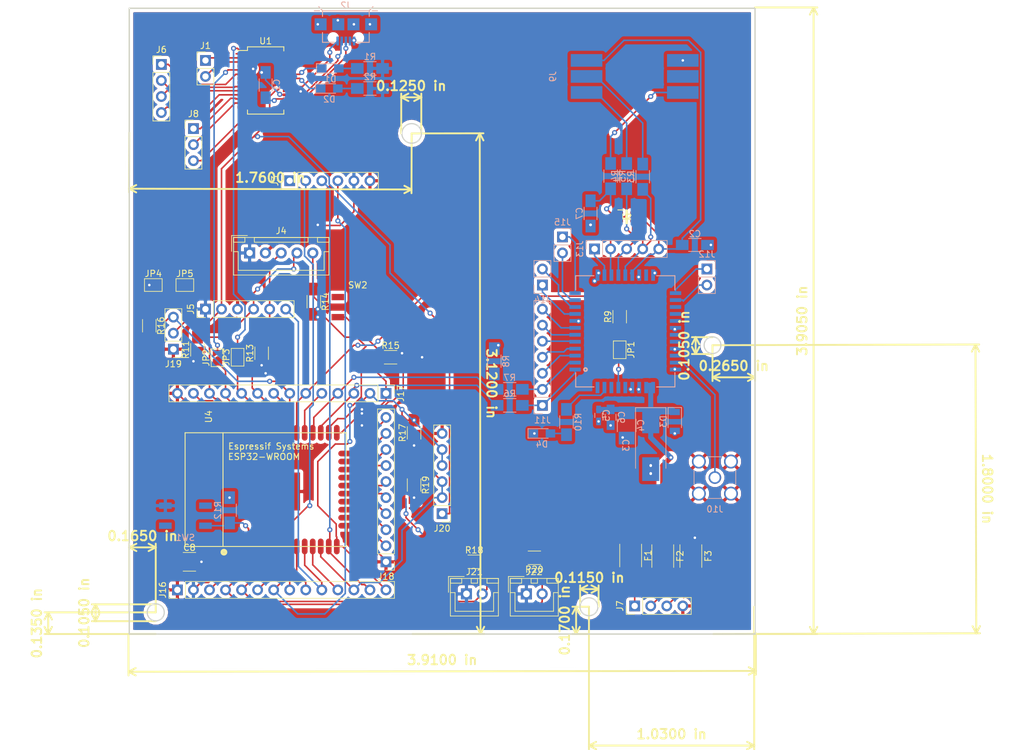
<source format=kicad_pcb>
(kicad_pcb (version 20171130) (host pcbnew "(5.0.2)-1")
  (layers (0 F.Cu signal) (31 B.Cu signal) (34 B.Paste user) (35 F.Paste user) (36 B.SilkS user) (37 F.SilkS user) (38 B.Mask user) (39 F.Mask user) (44 Edge.Cuts user))
  (net 0 "")
  (net 1 +3V3)
  (net 2 GND)
  (net 3 +BATT)
  (net 4 +5V)
  (net 5 "Net-(D1-Pad1)")
  (net 6 "Net-(D2-Pad1)")
  (net 7 /LO-)
  (net 8 /LO+)
  (net 9 "Net-(J2-Pad2)")
  (net 10 "Net-(J2-Pad3)")
  (net 11 "Net-(J2-Pad4)")
  (net 12 "Net-(J6-Pad1)")
  (net 13 "Net-(J8-Pad3)")
  (net 14 "Net-(J8-Pad1)")
  (net 15 "Net-(J9-Pad2)")
  (net 16 "Net-(J10-Pad1)")
  (net 17 "Net-(J11-Pad1)")
  (net 18 "Net-(J11-Pad2)")
  (net 19 "Net-(J11-Pad3)")
  (net 20 SDA)
  (net 21 SCL)
  (net 22 "Net-(J18-Pad5)")
  (net 23 "Net-(J18-Pad3)")
  (net 24 RX_ESP32)
  (net 25 TX_ESP32)
  (net 26 /PWRKEY)
  (net 27 "Net-(U2-Pad1)")
  (net 28 "Net-(U3-Pad28)")
  (net 29 "Net-(U3-Pad29)")
  (net 30 "Net-(U3-Pad20)")
  (net 31 "Net-(U3-Pad38)")
  (net 32 "Net-(U3-Pad40)")
  (net 33 "Net-(U1-Pad28)")
  (net 34 "Net-(U1-Pad27)")
  (net 35 "Net-(J18-Pad9)")
  (net 36 "Net-(J18-Pad7)")
  (net 37 "Net-(C1-Pad1)")
  (net 38 "Net-(C2-Pad2)")
  (net 39 "Net-(C7-Pad1)")
  (net 40 "Net-(D1-Pad2)")
  (net 41 "Net-(D2-Pad2)")
  (net 42 "Net-(D4-Pad2)")
  (net 43 "Net-(F1-Pad2)")
  (net 44 "Net-(F2-Pad2)")
  (net 45 "Net-(F3-Pad2)")
  (net 46 "Net-(J1-Pad1)")
  (net 47 "Net-(J1-Pad2)")
  (net 48 /AD8232_analog)
  (net 49 "Net-(J3-Pad1)")
  (net 50 /MAX30100_INT)
  (net 51 "Net-(J6-Pad2)")
  (net 52 "Net-(J6-Pad3)")
  (net 53 "Net-(J6-Pad4)")
  (net 54 "Net-(J8-Pad2)")
  (net 55 "Net-(J9-Pad3)")
  (net 56 "Net-(J9-Pad6)")
  (net 57 "Net-(J9-Pad7)")
  (net 58 "Net-(J11-Pad7)")
  (net 59 "Net-(J11-Pad6)")
  (net 60 "Net-(J11-Pad5)")
  (net 61 "Net-(J11-Pad4)")
  (net 62 "Net-(J12-Pad2)")
  (net 63 "Net-(J12-Pad1)")
  (net 64 "Net-(J13-Pad4)")
  (net 65 "Net-(J13-Pad3)")
  (net 66 "Net-(J13-Pad1)")
  (net 67 "Net-(J14-Pad2)")
  (net 68 "Net-(J14-Pad1)")
  (net 69 "Net-(J15-Pad1)")
  (net 70 "Net-(J15-Pad2)")
  (net 71 "Net-(J16-Pad3)")
  (net 72 /switch_air)
  (net 73 /switch_heart)
  (net 74 "Net-(J16-Pad8)")
  (net 75 "Net-(J16-Pad9)")
  (net 76 "Net-(J16-Pad11)")
  (net 77 /air_ex)
  (net 78 "Net-(J17-Pad13)")
  (net 79 "Net-(J17-Pad11)")
  (net 80 "Net-(J17-Pad10)")
  (net 81 "Net-(J17-Pad8)")
  (net 82 /heart_motor)
  (net 83 "Net-(J17-Pad5)")
  (net 84 /sim800_rx)
  (net 85 /sim800_tx)
  (net 86 /air_in)
  (net 87 "Net-(J17-Pad1)")
  (net 88 "Net-(J18-Pad10)")
  (net 89 "Net-(J18-Pad8)")
  (net 90 "Net-(J18-Pad6)")
  (net 91 "Net-(J18-Pad4)")
  (net 92 "Net-(J18-Pad2)")
  (net 93 "Net-(JP1-Pad2)")
  (net 94 "Net-(JP1-Pad1)")
  (net 95 "Net-(JP4-Pad2)")
  (net 96 "Net-(R10-Pad2)")
  (net 97 "Net-(U3-Pad24)")
  (net 98 "Net-(U3-Pad25)")
  (net 99 "Net-(U3-Pad26)")
  (net 100 "Net-(U3-Pad42)")
  (net 101 /gpio_rpi)
  (module Capacitors_SMD:C_1206_HandSoldering (layer B.Cu) (at 389.89 42.64 90)
    (fp_text reference C1 (at 0 1.75 90) (layer B.SilkS) (effects (justify mirror)))
    (fp_text value 100nF)
    (pad 2 smd rect (at 2 0 90) (size 2 1.6) (layers B.Cu B.Paste B.Mask) (net 2 GND))
    (pad 1 smd rect (at -2 0 90) (size 2 1.6) (layers B.Cu B.Paste B.Mask) (net 37 "Net-(C1-Pad1)"))
  )
  (module Capacitors_SMD:C_1206_HandSoldering (layer B.Cu) (at 457.835 67.945 180)
    (fp_text reference C2 (at 0 1.75 180) (layer B.SilkS) (effects (justify mirror)))
    (fp_text value 100nF)
    (pad 1 smd rect (at -2 0 180) (size 2 1.6) (layers B.Cu B.Paste B.Mask) (net 2 GND))
    (pad 2 smd rect (at 2 0 180) (size 2 1.6) (layers B.Cu B.Paste B.Mask) (net 38 "Net-(C2-Pad2)"))
  )
  (module Capacitors_Tantalum_SMD:CP_Tantalum_Case-D_EIA-7343-31_Hand (layer B.Cu) (at 450.85 99.66 270)
    (fp_text reference C3 (at 0 3.9 270) (layer B.SilkS) (effects (justify mirror)))
    (fp_text value 100uF)
    (pad 2 smd rect (at 3.775 0 270) (size 3.75 2.7) (layers B.Cu B.Paste B.Mask) (net 2 GND))
    (pad 1 smd rect (at -3.775 0 270) (size 3.75 2.7) (layers B.Cu B.Paste B.Mask) (net 3 +BATT))
  )
  (module Capacitors_SMD:C_1210_HandSoldering (layer B.Cu) (at 447.04 96.52 90)
    (fp_text reference C4 (at 0 2.25 90) (layer B.SilkS) (effects (justify mirror)))
    (fp_text value 10uF)
    (pad 2 smd rect (at 2 0 90) (size 2 2.5) (layers B.Cu B.Paste B.Mask) (net 3 +BATT))
    (pad 1 smd rect (at -2 0 90) (size 2 2.5) (layers B.Cu B.Paste B.Mask) (net 2 GND))
  )
  (module Capacitors_SMD:C_0603_HandSoldering (layer B.Cu) (at 442.595 94.935 90)
    (fp_text reference C5 (at 0 1.25 90) (layer B.SilkS) (effects (justify mirror)))
    (fp_text value 33pF)
    (pad 2 smd rect (at 0.95 0 90) (size 1.2 0.75) (layers B.Cu B.Paste B.Mask) (net 3 +BATT))
    (pad 1 smd rect (at -0.95 0 90) (size 1.2 0.75) (layers B.Cu B.Paste B.Mask) (net 2 GND))
  )
  (module Capacitors_SMD:C_0805_HandSoldering (layer B.Cu) (at 444.5 95.23 90)
    (fp_text reference C6 (at 0 1.75 90) (layer B.SilkS) (effects (justify mirror)))
    (fp_text value 10pF)
    (pad 2 smd rect (at 1.25 0 90) (size 1.5 1.25) (layers B.Cu B.Paste B.Mask) (net 3 +BATT))
    (pad 1 smd rect (at -1.25 0 90) (size 1.5 1.25) (layers B.Cu B.Paste B.Mask) (net 2 GND))
  )
  (module Capacitors_SMD:C_1206_HandSoldering (layer B.Cu) (at 441.325 62.96 270)
    (fp_text reference C7 (at 0 1.75 270) (layer B.SilkS) (effects (justify mirror)))
    (fp_text value 22pF)
    (pad 2 smd rect (at 2 0 270) (size 2 1.6) (layers B.Cu B.Paste B.Mask) (net 2 GND))
    (pad 1 smd rect (at -2 0 270) (size 2 1.6) (layers B.Cu B.Paste B.Mask) (net 39 "Net-(C7-Pad1)"))
  )
  (module LEDs:LED_0805_HandSoldering (layer B.Cu) (at 400.13 40.005)
    (fp_text reference D1 (at 0 1.7) (layer B.SilkS) (effects (justify mirror)))
    (fp_text value LED)
    (pad 2 smd rect (at 1.35 0) (size 1.5 1.3) (layers B.Cu B.Paste B.Mask) (net 40 "Net-(D1-Pad2)"))
    (pad 1 smd rect (at -1.35 0) (size 1.5 1.3) (layers B.Cu B.Paste B.Mask) (net 5 "Net-(D1-Pad1)"))
  )
  (module LEDs:LED_0805_HandSoldering (layer B.Cu) (at 399.97 43.18)
    (fp_text reference D2 (at 0 1.7) (layer B.SilkS) (effects (justify mirror)))
    (fp_text value LED)
    (pad 2 smd rect (at 1.35 0) (size 1.5 1.3) (layers B.Cu B.Paste B.Mask) (net 41 "Net-(D2-Pad2)"))
    (pad 1 smd rect (at -1.35 0) (size 1.5 1.3) (layers B.Cu B.Paste B.Mask) (net 6 "Net-(D2-Pad1)"))
  )
  (module Diodes_SMD:D_1206 (layer B.Cu) (at 454.66 95.885 270)
    (fp_text reference D3 (at 0 1.8 270) (layer B.SilkS) (effects (justify mirror)))
    (fp_text value "5.1V 0,5W")
    (pad 2 smd rect (at 1.5 0 270) (size 1 1.6) (layers B.Cu B.Paste B.Mask) (net 2 GND))
    (pad 1 smd rect (at -1.5 0 270) (size 1 1.6) (layers B.Cu B.Paste B.Mask) (net 3 +BATT))
  )
  (module LEDs:LED_0805_HandSoldering (layer B.Cu) (at 433.625 97.79)
    (fp_text reference D4 (at 0 1.7) (layer B.SilkS) (effects (justify mirror)))
    (fp_text value LED)
    (pad 1 smd rect (at -1.35 0) (size 1.5 1.3) (layers B.Cu B.Paste B.Mask) (net 2 GND))
    (pad 2 smd rect (at 1.35 0) (size 1.5 1.3) (layers B.Cu B.Paste B.Mask) (net 42 "Net-(D4-Pad2)"))
  )
  (module Capacitors_SMD:C_1812_HandSoldering (layer F.Cu) (at 447.675 117.115 270)
    (fp_text reference F1 (at 0 -2.75 270) (layer F.SilkS))
    (fp_text value 2.5A)
    (pad 2 smd rect (at 2.9 0 270) (size 2.2 3) (layers F.Cu F.Paste F.Mask) (net 43 "Net-(F1-Pad2)"))
    (pad 1 smd rect (at -2.9 0 270) (size 2.2 3) (layers F.Cu F.Paste F.Mask) (net 4 +5V))
  )
  (module Capacitors_SMD:C_1812_HandSoldering (layer F.Cu) (at 452.755 117.2 270)
    (fp_text reference F2 (at 0 -2.75 270) (layer F.SilkS))
    (fp_text value 2.5A)
    (pad 1 smd rect (at -2.9 0 270) (size 2.2 3) (layers F.Cu F.Paste F.Mask) (net 3 +BATT))
    (pad 2 smd rect (at 2.9 0 270) (size 2.2 3) (layers F.Cu F.Paste F.Mask) (net 44 "Net-(F2-Pad2)"))
  )
  (module Capacitors_SMD:C_1812_HandSoldering (layer F.Cu) (at 457.2 117.2 270)
    (fp_text reference F3 (at 0 -2.75 270) (layer F.SilkS))
    (fp_text value 1.5A)
    (pad 2 smd rect (at 2.9 0 270) (size 2.2 3) (layers F.Cu F.Paste F.Mask) (net 45 "Net-(F3-Pad2)"))
    (pad 1 smd rect (at -2.9 0 270) (size 2.2 3) (layers F.Cu F.Paste F.Mask) (net 1 +3V3))
  )
  (module Pin_Headers:Pin_Header_Straight_1x02_Pitch2.54mm (layer F.Cu) (at 380.365 38.735)
    (fp_text reference J1 (at 0 -2.33) (layer F.SilkS))
    (fp_text value 2_ftdebug)
    (pad 1 thru_hole rect (at 0 0) (size 1.7 1.7) (drill 1) (layers *.Cu *.Mask) (net 46 "Net-(J1-Pad1)"))
    (pad 2 thru_hole oval (at 0 2.54) (size 1.7 1.7) (drill 1) (layers *.Cu *.Mask) (net 47 "Net-(J1-Pad2)"))
  )
  (module USB-MICRO-MK5P-2:USB-MICRO-B (layer B.Cu) (at 402.59 33.02)
    (fp_text reference J2 (at 0 -3) (layer B.SilkS) (effects (justify mirror)))
    (fp_text value USB_B_Micro)
    (pad 1 smd rect (at -1.3 2.65) (size 0.4 1.4) (layers B.Cu B.Paste B.Mask) (net 4 +5V))
    (pad 2 smd rect (at -0.65 2.65) (size 0.4 1.4) (layers B.Cu B.Paste B.Mask) (net 9 "Net-(J2-Pad2)"))
    (pad 3 smd rect (at 0 2.65) (size 0.4 1.4) (layers B.Cu B.Paste B.Mask) (net 10 "Net-(J2-Pad3)"))
    (pad 4 smd rect (at 0.65 2.65) (size 0.4 1.4) (layers B.Cu B.Paste B.Mask) (net 11 "Net-(J2-Pad4)"))
    (pad 5 smd rect (at 1.3 2.65) (size 0.4 1.4) (layers B.Cu B.Paste B.Mask) (net 2 GND))
    (pad 6 smd rect (at -4 0) (size 1.9 1.9) (layers B.Cu B.Paste B.Mask) (net 2 GND))
    (pad 6 smd rect (at -1.2 0) (size 1.9 1.9) (layers B.Cu B.Paste B.Mask) (net 2 GND))
    (pad 6 smd rect (at 1.2 0) (size 1.9 1.9) (layers B.Cu B.Paste B.Mask) (net 2 GND))
    (pad 6 smd rect (at 4 0) (size 1.9 1.9) (layers B.Cu B.Paste B.Mask) (net 2 GND))
    (pad "" np_thru_hole circle (at -2 2.15) (size 0.8 0.8) (drill 0.8) (layers *.Cu))
    (pad "" np_thru_hole circle (at 2 2.15) (size 0.8 0.8) (drill 0.8) (layers *.Cu))
  )
  (module Pin_Headers:Pin_Header_Straight_1x06_Pitch2.54mm (layer F.Cu) (at 393.7 57.785 90)
    (fp_text reference J3 (at 0 -2.33 90) (layer F.SilkS))
    (fp_text value 6_ad8232)
    (pad 6 thru_hole oval (at 0 12.7 90) (size 1.7 1.7) (drill 1) (layers *.Cu *.Mask) (net 2 GND))
    (pad 5 thru_hole oval (at 0 10.16 90) (size 1.7 1.7) (drill 1) (layers *.Cu *.Mask) (net 1 +3V3))
    (pad 4 thru_hole oval (at 0 7.62 90) (size 1.7 1.7) (drill 1) (layers *.Cu *.Mask) (net 48 /AD8232_analog))
    (pad 3 thru_hole oval (at 0 5.08 90) (size 1.7 1.7) (drill 1) (layers *.Cu *.Mask) (net 7 /LO-))
    (pad 2 thru_hole oval (at 0 2.54 90) (size 1.7 1.7) (drill 1) (layers *.Cu *.Mask) (net 8 /LO+))
    (pad 1 thru_hole rect (at 0 0 90) (size 1.7 1.7) (drill 1) (layers *.Cu *.Mask) (net 49 "Net-(J3-Pad1)"))
  )
  (module Connectors_JST:JST_XH_B05B-XH-A_05x2.50mm_Straight (layer F.Cu) (at 387.35 69.215)
    (fp_text reference J4 (at 5 -3.5) (layer F.SilkS))
    (fp_text value 5_max30100)
    (pad 5 thru_hole circle (at 10 0) (size 1.75 1.75) (drill 1) (layers *.Cu *.Mask) (net 50 /MAX30100_INT))
    (pad 4 thru_hole circle (at 7.5 0) (size 1.75 1.75) (drill 1) (layers *.Cu *.Mask) (net 21 SCL))
    (pad 3 thru_hole circle (at 5 0) (size 1.75 1.75) (drill 1) (layers *.Cu *.Mask) (net 20 SDA))
    (pad 2 thru_hole circle (at 2.5 0) (size 1.75 1.75) (drill 1) (layers *.Cu *.Mask) (net 2 GND))
    (pad 1 thru_hole rect (at 0 0) (size 1.75 1.75) (drill 1) (layers *.Cu *.Mask) (net 1 +3V3))
  )
  (module Pin_Headers:Pin_Header_Straight_1x04_Pitch2.54mm (layer F.Cu) (at 373.38 39.37)
    (fp_text reference J6 (at 0 -2.33) (layer F.SilkS))
    (fp_text value 4_ftdebug)
    (pad 1 thru_hole rect (at 0 0) (size 1.7 1.7) (drill 1) (layers *.Cu *.Mask) (net 12 "Net-(J6-Pad1)"))
    (pad 2 thru_hole oval (at 0 2.54) (size 1.7 1.7) (drill 1) (layers *.Cu *.Mask) (net 51 "Net-(J6-Pad2)"))
    (pad 3 thru_hole oval (at 0 5.08) (size 1.7 1.7) (drill 1) (layers *.Cu *.Mask) (net 52 "Net-(J6-Pad3)"))
    (pad 4 thru_hole oval (at 0 7.62) (size 1.7 1.7) (drill 1) (layers *.Cu *.Mask) (net 53 "Net-(J6-Pad4)"))
  )
  (module Pin_Headers:Pin_Header_Straight_1x04_Pitch2.54mm (layer F.Cu) (at 448.31 125.095 90)
    (fp_text reference J7 (at 0 -2.33 90) (layer F.SilkS))
    (fp_text value 4_powerin)
    (pad 4 thru_hole oval (at 0 7.62 90) (size 1.7 1.7) (drill 1) (layers *.Cu *.Mask) (net 2 GND))
    (pad 3 thru_hole oval (at 0 5.08 90) (size 1.7 1.7) (drill 1) (layers *.Cu *.Mask) (net 45 "Net-(F3-Pad2)"))
    (pad 2 thru_hole oval (at 0 2.54 90) (size 1.7 1.7) (drill 1) (layers *.Cu *.Mask) (net 44 "Net-(F2-Pad2)"))
    (pad 1 thru_hole rect (at 0 0 90) (size 1.7 1.7) (drill 1) (layers *.Cu *.Mask) (net 43 "Net-(F1-Pad2)"))
  )
  (module Pin_Headers:Pin_Header_Straight_1x03_Pitch2.54mm (layer F.Cu) (at 378.46 49.53)
    (fp_text reference J8 (at 0 -2.33) (layer F.SilkS))
    (fp_text value 3_ftdebug)
    (pad 3 thru_hole oval (at 0 5.08) (size 1.7 1.7) (drill 1) (layers *.Cu *.Mask) (net 13 "Net-(J8-Pad3)"))
    (pad 2 thru_hole oval (at 0 2.54) (size 1.7 1.7) (drill 1) (layers *.Cu *.Mask) (net 54 "Net-(J8-Pad2)"))
    (pad 1 thru_hole rect (at 0 0) (size 1.7 1.7) (drill 1) (layers *.Cu *.Mask) (net 14 "Net-(J8-Pad1)"))
  )
  (module SIM:sim_5051 (layer B.Cu) (at 444.5 41.275 90)
    (fp_text reference J9 (at -0.0127 -9.144 90) (layer B.SilkS) (effects (justify mirror)))
    (fp_text value SIM_Card)
    (pad 1 smd rect (at 2.54 -3.81 90) (size 2 5) (layers B.Cu B.Paste B.Mask) (net 38 "Net-(C2-Pad2)"))
    (pad 2 smd rect (at 0 -3.81 90) (size 2 5) (layers B.Cu B.Paste B.Mask) (net 15 "Net-(J9-Pad2)"))
    (pad 3 smd rect (at -2.54 -3.81 90) (size 2 5) (layers B.Cu B.Paste B.Mask) (net 55 "Net-(J9-Pad3)"))
    (pad 5 smd rect (at 2.54 11.43 90) (size 2 5) (layers B.Cu B.Paste B.Mask) (net 2 GND))
    (pad 6 smd rect (at 0 11.43 90) (size 2 5) (layers B.Cu B.Paste B.Mask) (net 56 "Net-(J9-Pad6)"))
    (pad 7 smd rect (at -2.54 11.43 90) (size 2 5) (layers B.Cu B.Paste B.Mask) (net 57 "Net-(J9-Pad7)"))
  )
  (module Connectors:SMA_THT_Jack_Straight (layer B.Cu) (at 461.01 104.775)
    (fp_text reference J10 (at 0 5) (layer B.SilkS) (effects (justify mirror)))
    (fp_text value Conn_Coaxial)
    (pad 1 thru_hole circle (at 0 0) (size 2 2) (drill 1.5) (layers *.Cu *.Mask) (net 16 "Net-(J10-Pad1)"))
    (pad 2 thru_hole circle (at 2.54 -2.54) (size 2.2 2.2) (drill 1.7) (layers *.Cu *.Mask) (net 2 GND))
    (pad 2 thru_hole circle (at 2.54 2.54) (size 2.2 2.2) (drill 1.7) (layers *.Cu *.Mask) (net 2 GND))
    (pad 2 thru_hole circle (at -2.54 2.54) (size 2.2 2.2) (drill 1.7) (layers *.Cu *.Mask) (net 2 GND))
    (pad 2 thru_hole circle (at -2.54 -2.54) (size 2.2 2.2) (drill 1.7) (layers *.Cu *.Mask) (net 2 GND))
  )
  (module Pin_Headers:Pin_Header_Straight_1x07_Pitch2.54mm (layer B.Cu) (at 433.705 93.345)
    (fp_text reference J11 (at 0 2.33) (layer B.SilkS) (effects (justify mirror)))
    (fp_text value 7_sim800debug)
    (pad 7 thru_hole oval (at 0 -15.24) (size 1.7 1.7) (drill 1) (layers *.Cu *.Mask) (net 58 "Net-(J11-Pad7)"))
    (pad 6 thru_hole oval (at 0 -12.7) (size 1.7 1.7) (drill 1) (layers *.Cu *.Mask) (net 59 "Net-(J11-Pad6)"))
    (pad 5 thru_hole oval (at 0 -10.16) (size 1.7 1.7) (drill 1) (layers *.Cu *.Mask) (net 60 "Net-(J11-Pad5)"))
    (pad 4 thru_hole oval (at 0 -7.62) (size 1.7 1.7) (drill 1) (layers *.Cu *.Mask) (net 61 "Net-(J11-Pad4)"))
    (pad 3 thru_hole oval (at 0 -5.08) (size 1.7 1.7) (drill 1) (layers *.Cu *.Mask) (net 19 "Net-(J11-Pad3)"))
    (pad 2 thru_hole oval (at 0 -2.54) (size 1.7 1.7) (drill 1) (layers *.Cu *.Mask) (net 18 "Net-(J11-Pad2)"))
    (pad 1 thru_hole rect (at 0 0) (size 1.7 1.7) (drill 1) (layers *.Cu *.Mask) (net 17 "Net-(J11-Pad1)"))
  )
  (module Pin_Headers:Pin_Header_Straight_1x02_Pitch2.54mm (layer B.Cu) (at 459.74 71.755 180)
    (fp_text reference J12 (at 0 2.33 180) (layer B.SilkS) (effects (justify mirror)))
    (fp_text value Conn_01x02_Male)
    (pad 2 thru_hole oval (at 0 -2.54 180) (size 1.7 1.7) (drill 1) (layers *.Cu *.Mask) (net 62 "Net-(J12-Pad2)"))
    (pad 1 thru_hole rect (at 0 0 180) (size 1.7 1.7) (drill 1) (layers *.Cu *.Mask) (net 63 "Net-(J12-Pad1)"))
  )
  (module Pin_Headers:Pin_Header_Straight_1x05_Pitch2.54mm (layer B.Cu) (at 441.96 68.58 270)
    (fp_text reference J13 (at 0 2.33 270) (layer B.SilkS) (effects (justify mirror)))
    (fp_text value 5_simdebug)
    (pad 5 thru_hole oval (at 0 -10.16 270) (size 1.7 1.7) (drill 1) (layers *.Cu *.Mask) (net 38 "Net-(C2-Pad2)"))
    (pad 4 thru_hole oval (at 0 -7.62 270) (size 1.7 1.7) (drill 1) (layers *.Cu *.Mask) (net 64 "Net-(J13-Pad4)"))
    (pad 3 thru_hole oval (at 0 -5.08 270) (size 1.7 1.7) (drill 1) (layers *.Cu *.Mask) (net 65 "Net-(J13-Pad3)"))
    (pad 2 thru_hole oval (at 0 -2.54 270) (size 1.7 1.7) (drill 1) (layers *.Cu *.Mask) (net 39 "Net-(C7-Pad1)"))
    (pad 1 thru_hole rect (at 0 0 270) (size 1.7 1.7) (drill 1) (layers *.Cu *.Mask) (net 66 "Net-(J13-Pad1)"))
  )
  (module Pin_Headers:Pin_Header_Straight_1x02_Pitch2.54mm (layer B.Cu) (at 433.705 74.295)
    (fp_text reference J14 (at 0 2.33) (layer B.SilkS) (effects (justify mirror)))
    (fp_text value 2_mic)
    (pad 2 thru_hole oval (at 0 -2.54) (size 1.7 1.7) (drill 1) (layers *.Cu *.Mask) (net 67 "Net-(J14-Pad2)"))
    (pad 1 thru_hole rect (at 0 0) (size 1.7 1.7) (drill 1) (layers *.Cu *.Mask) (net 68 "Net-(J14-Pad1)"))
  )
  (module Pin_Headers:Pin_Header_Straight_1x02_Pitch2.54mm (layer B.Cu) (at 436.88 66.675 180)
    (fp_text reference J15 (at 0 2.33 180) (layer B.SilkS) (effects (justify mirror)))
    (fp_text value 2_speaker)
    (pad 1 thru_hole rect (at 0 0 180) (size 1.7 1.7) (drill 1) (layers *.Cu *.Mask) (net 69 "Net-(J15-Pad1)"))
    (pad 2 thru_hole oval (at 0 -2.54 180) (size 1.7 1.7) (drill 1) (layers *.Cu *.Mask) (net 70 "Net-(J15-Pad2)"))
  )
  (module Pin_Headers:Pin_Header_Straight_1x14_Pitch2.54mm (layer F.Cu) (at 375.92 122.555 90)
    (fp_text reference J16 (at 0 -2.33 90) (layer F.SilkS))
    (fp_text value 14_espdebug)
    (pad 1 thru_hole rect (at 0 0 90) (size 1.7 1.7) (drill 1) (layers *.Cu *.Mask) (net 2 GND))
    (pad 2 thru_hole oval (at 0 2.54 90) (size 1.7 1.7) (drill 1) (layers *.Cu *.Mask) (net 1 +3V3))
    (pad 3 thru_hole oval (at 0 5.08 90) (size 1.7 1.7) (drill 1) (layers *.Cu *.Mask) (net 71 "Net-(J16-Pad3)"))
    (pad 4 thru_hole oval (at 0 7.62 90) (size 1.7 1.7) (drill 1) (layers *.Cu *.Mask) (net 72 /switch_air))
    (pad 5 thru_hole oval (at 0 10.16 90) (size 1.7 1.7) (drill 1) (layers *.Cu *.Mask) (net 73 /switch_heart))
    (pad 6 thru_hole oval (at 0 12.7 90) (size 1.7 1.7) (drill 1) (layers *.Cu *.Mask) (net 8 /LO+))
    (pad 7 thru_hole oval (at 0 15.24 90) (size 1.7 1.7) (drill 1) (layers *.Cu *.Mask) (net 48 /AD8232_analog))
    (pad 8 thru_hole oval (at 0 17.78 90) (size 1.7 1.7) (drill 1) (layers *.Cu *.Mask) (net 74 "Net-(J16-Pad8)"))
    (pad 9 thru_hole oval (at 0 20.32 90) (size 1.7 1.7) (drill 1) (layers *.Cu *.Mask) (net 75 "Net-(J16-Pad9)"))
    (pad 10 thru_hole oval (at 0 22.86 90) (size 1.7 1.7) (drill 1) (layers *.Cu *.Mask) (net 101 /gpio_rpi))
    (pad 11 thru_hole oval (at 0 25.4 90) (size 1.7 1.7) (drill 1) (layers *.Cu *.Mask) (net 76 "Net-(J16-Pad11)"))
    (pad 12 thru_hole oval (at 0 27.94 90) (size 1.7 1.7) (drill 1) (layers *.Cu *.Mask) (net 77 /air_ex))
    (pad 13 thru_hole oval (at 0 30.48 90) (size 1.7 1.7) (drill 1) (layers *.Cu *.Mask) (net 7 /LO-))
    (pad 14 thru_hole oval (at 0 33.02 90) (size 1.7 1.7) (drill 1) (layers *.Cu *.Mask) (net 50 /MAX30100_INT))
  )
  (module Pin_Headers:Pin_Header_Straight_1x14_Pitch2.54mm (layer F.Cu) (at 408.94 91.44 270)
    (fp_text reference J17 (at 0 -2.33 270) (layer F.SilkS))
    (fp_text value 14_espdebug)
    (pad 14 thru_hole oval (at 0 33.02 270) (size 1.7 1.7) (drill 1) (layers *.Cu *.Mask) (net 2 GND))
    (pad 13 thru_hole oval (at 0 30.48 270) (size 1.7 1.7) (drill 1) (layers *.Cu *.Mask) (net 78 "Net-(J17-Pad13)"))
    (pad 12 thru_hole oval (at 0 27.94 270) (size 1.7 1.7) (drill 1) (layers *.Cu *.Mask) (net 21 SCL))
    (pad 11 thru_hole oval (at 0 25.4 270) (size 1.7 1.7) (drill 1) (layers *.Cu *.Mask) (net 79 "Net-(J17-Pad11)"))
    (pad 10 thru_hole oval (at 0 22.86 270) (size 1.7 1.7) (drill 1) (layers *.Cu *.Mask) (net 80 "Net-(J17-Pad10)"))
    (pad 9 thru_hole oval (at 0 20.32 270) (size 1.7 1.7) (drill 1) (layers *.Cu *.Mask) (net 20 SDA))
    (pad 8 thru_hole oval (at 0 17.78 270) (size 1.7 1.7) (drill 1) (layers *.Cu *.Mask) (net 81 "Net-(J17-Pad8)"))
    (pad 7 thru_hole oval (at 0 15.24 270) (size 1.7 1.7) (drill 1) (layers *.Cu *.Mask) (net 82 /heart_motor))
    (pad 6 thru_hole oval (at 0 12.7 270) (size 1.7 1.7) (drill 1) (layers *.Cu *.Mask) (net 26 /PWRKEY))
    (pad 5 thru_hole oval (at 0 10.16 270) (size 1.7 1.7) (drill 1) (layers *.Cu *.Mask) (net 83 "Net-(J17-Pad5)"))
    (pad 4 thru_hole oval (at 0 7.62 270) (size 1.7 1.7) (drill 1) (layers *.Cu *.Mask) (net 84 /sim800_rx))
    (pad 3 thru_hole oval (at 0 5.08 270) (size 1.7 1.7) (drill 1) (layers *.Cu *.Mask) (net 85 /sim800_tx))
    (pad 2 thru_hole oval (at 0 2.54 270) (size 1.7 1.7) (drill 1) (layers *.Cu *.Mask) (net 86 /air_in))
    (pad 1 thru_hole rect (at 0 0 270) (size 1.7 1.7) (drill 1) (layers *.Cu *.Mask) (net 87 "Net-(J17-Pad1)"))
  )
  (module Pin_Headers:Pin_Header_Straight_1x10_Pitch2.54mm (layer F.Cu) (at 408.94 118.11 180)
    (fp_text reference J18 (at 0 -2.33 180) (layer F.SilkS))
    (fp_text value 10_espdebug)
    (pad 10 thru_hole oval (at 0 22.86 180) (size 1.7 1.7) (drill 1) (layers *.Cu *.Mask) (net 88 "Net-(J18-Pad10)"))
    (pad 9 thru_hole oval (at 0 20.32 180) (size 1.7 1.7) (drill 1) (layers *.Cu *.Mask) (net 35 "Net-(J18-Pad9)"))
    (pad 8 thru_hole oval (at 0 17.78 180) (size 1.7 1.7) (drill 1) (layers *.Cu *.Mask) (net 89 "Net-(J18-Pad8)"))
    (pad 7 thru_hole oval (at 0 15.24 180) (size 1.7 1.7) (drill 1) (layers *.Cu *.Mask) (net 36 "Net-(J18-Pad7)"))
    (pad 6 thru_hole oval (at 0 12.7 180) (size 1.7 1.7) (drill 1) (layers *.Cu *.Mask) (net 90 "Net-(J18-Pad6)"))
    (pad 5 thru_hole oval (at 0 10.16 180) (size 1.7 1.7) (drill 1) (layers *.Cu *.Mask) (net 22 "Net-(J18-Pad5)"))
    (pad 4 thru_hole oval (at 0 7.62 180) (size 1.7 1.7) (drill 1) (layers *.Cu *.Mask) (net 91 "Net-(J18-Pad4)"))
    (pad 3 thru_hole oval (at 0 5.08 180) (size 1.7 1.7) (drill 1) (layers *.Cu *.Mask) (net 23 "Net-(J18-Pad3)"))
    (pad 2 thru_hole oval (at 0 2.54 180) (size 1.7 1.7) (drill 1) (layers *.Cu *.Mask) (net 92 "Net-(J18-Pad2)"))
    (pad 1 thru_hole rect (at 0 0 180) (size 1.7 1.7) (drill 1) (layers *.Cu *.Mask) (net 2 GND))
  )
  (module Pin_Headers:Pin_Header_Straight_1x03_Pitch2.54mm (layer F.Cu) (at 375.285 84.455 180)
    (fp_text reference J19 (at 0 -2.33 180) (layer F.SilkS))
    (fp_text value 03_switchmotor)
    (pad 1 thru_hole rect (at 0 0 180) (size 1.7 1.7) (drill 1) (layers *.Cu *.Mask) (net 2 GND))
    (pad 2 thru_hole oval (at 0 2.54 180) (size 1.7 1.7) (drill 1) (layers *.Cu *.Mask) (net 4 +5V))
    (pad 3 thru_hole oval (at 0 5.08 180) (size 1.7 1.7) (drill 1) (layers *.Cu *.Mask) (net 82 /heart_motor))
  )
  (module Pin_Headers:Pin_Header_Straight_1x06_Pitch2.54mm (layer F.Cu) (at 417.83 110.49 180)
    (fp_text reference J20 (at 0 -2.33 180) (layer F.SilkS))
    (fp_text value 06_relay)
    (pad 1 thru_hole rect (at 0 0 180) (size 1.7 1.7) (drill 1) (layers *.Cu *.Mask) (net 4 +5V))
    (pad 2 thru_hole oval (at 0 2.54 180) (size 1.7 1.7) (drill 1) (layers *.Cu *.Mask) (net 77 /air_ex))
    (pad 3 thru_hole oval (at 0 5.08 180) (size 1.7 1.7) (drill 1) (layers *.Cu *.Mask) (net 77 /air_ex))
    (pad 4 thru_hole oval (at 0 7.62 180) (size 1.7 1.7) (drill 1) (layers *.Cu *.Mask) (net 86 /air_in))
    (pad 5 thru_hole oval (at 0 10.16 180) (size 1.7 1.7) (drill 1) (layers *.Cu *.Mask) (net 86 /air_in))
    (pad 6 thru_hole oval (at 0 12.7 180) (size 1.7 1.7) (drill 1) (layers *.Cu *.Mask) (net 2 GND))
  )
  (module Connectors_JST:JST_XH_B02B-XH-A_02x2.50mm_Straight (layer F.Cu) (at 421.68 123.19)
    (fp_text reference J21 (at 1.25 -3.5) (layer F.SilkS))
    (fp_text value 02_switchheart)
    (pad 2 thru_hole circle (at 2.5 0) (size 1.75 1.75) (drill 1.05) (layers *.Cu *.Mask) (net 73 /switch_heart))
    (pad 1 thru_hole rect (at 0 0) (size 1.75 1.75) (drill 1.05) (layers *.Cu *.Mask) (net 1 +3V3))
  )
  (module Connectors_JST:JST_XH_B02B-XH-A_02x2.50mm_Straight (layer F.Cu) (at 431.165 123.19)
    (fp_text reference J22 (at 1.25 -3.5) (layer F.SilkS))
    (fp_text value 02_switchair)
    (pad 1 thru_hole rect (at 0 0) (size 1.75 1.75) (drill 1.05) (layers *.Cu *.Mask) (net 1 +3V3))
    (pad 2 thru_hole circle (at 2.5 0) (size 1.75 1.75) (drill 1.05) (layers *.Cu *.Mask) (net 72 /switch_air))
  )
  (module jumper:SolderJumper-2_P1.3mm_Open_TrianglePad1.0x1.5mm (layer F.Cu) (at 445.9351 84.5439 270)
    (fp_text reference JP1 (at 0 -1.8 270) (layer F.SilkS))
    (fp_text value SolderJumper)
    (pad 2 smd custom (at 0.725 0 270) (size 0.3 0.3) (layers F.Cu F.Mask) (net 93 "Net-(JP1-Pad2)") (options (clearance outline) (anchor rect)) (primitives (gr_poly (pts (xy -0.65 -0.75) (xy 0.5 -0.75) (xy 0.5 0.75) (xy -0.65 0.75) (xy -0.15 0)) (width 0))))
    (pad 1 smd custom (at -0.725 0 270) (size 0.3 0.3) (layers F.Cu F.Mask) (net 94 "Net-(JP1-Pad1)") (options (clearance outline) (anchor rect)) (primitives (gr_poly (pts (xy -0.5 -0.75) (xy 0.5 -0.75) (xy 1 0) (xy 0.5 0.75) (xy -0.5 0.75)) (width 0))))
  )
  (module jumper:SolderJumper-2_P1.3mm_Open_TrianglePad1.0x1.5mm (layer F.Cu) (at 382.27 85.815 90)
    (fp_text reference JP2 (at 0 -1.8 90) (layer F.SilkS))
    (fp_text value SolderJumper_2_Open)
    (pad 1 smd custom (at -0.725 0 90) (size 0.3 0.3) (layers F.Cu F.Mask) (net 79 "Net-(J17-Pad11)") (options (clearance outline) (anchor rect)) (primitives (gr_poly (pts (xy -0.5 -0.75) (xy 0.5 -0.75) (xy 1 0) (xy 0.5 0.75) (xy -0.5 0.75)) (width 0))))
    (pad 2 smd custom (at 0.725 0 90) (size 0.3 0.3) (layers F.Cu F.Mask) (net 25 TX_ESP32) (options (clearance outline) (anchor rect)) (primitives (gr_poly (pts (xy -0.65 -0.75) (xy 0.5 -0.75) (xy 0.5 0.75) (xy -0.65 0.75) (xy -0.15 0)) (width 0))))
  )
  (module jumper:SolderJumper-2_P1.3mm_Open_TrianglePad1.0x1.5mm (layer F.Cu) (at 385.445 85.725 90)
    (fp_text reference JP3 (at 0 -1.8 90) (layer F.SilkS))
    (fp_text value SolderJumper_2_Open)
    (pad 2 smd custom (at 0.725 0 90) (size 0.3 0.3) (layers F.Cu F.Mask) (net 24 RX_ESP32) (options (clearance outline) (anchor rect)) (primitives (gr_poly (pts (xy -0.65 -0.75) (xy 0.5 -0.75) (xy 0.5 0.75) (xy -0.65 0.75) (xy -0.15 0)) (width 0))))
    (pad 1 smd custom (at -0.725 0 90) (size 0.3 0.3) (layers F.Cu F.Mask) (net 80 "Net-(J17-Pad10)") (options (clearance outline) (anchor rect)) (primitives (gr_poly (pts (xy -0.5 -0.75) (xy 0.5 -0.75) (xy 1 0) (xy 0.5 0.75) (xy -0.5 0.75)) (width 0))))
  )
  (module jumper:SolderJumper-2_P1.3mm_Open_TrianglePad1.0x1.5mm (layer F.Cu) (at 372.11 74.295)
    (fp_text reference JP4 (at 0 -1.8) (layer F.SilkS))
    (fp_text value SolderJumper_2_Open)
    (pad 1 smd custom (at -0.725 0) (size 0.3 0.3) (layers F.Cu F.Mask) (net 1 +3V3) (options (clearance outline) (anchor rect)) (primitives (gr_poly (pts (xy -0.5 -0.75) (xy 0.5 -0.75) (xy 1 0) (xy 0.5 0.75) (xy -0.5 0.75)) (width 0))))
    (pad 2 smd custom (at 0.725 0) (size 0.3 0.3) (layers F.Cu F.Mask) (net 95 "Net-(JP4-Pad2)") (options (clearance outline) (anchor rect)) (primitives (gr_poly (pts (xy -0.65 -0.75) (xy 0.5 -0.75) (xy 0.5 0.75) (xy -0.65 0.75) (xy -0.15 0)) (width 0))))
  )
  (module jumper:SolderJumper-2_P1.3mm_Open_TrianglePad1.0x1.5mm (layer F.Cu) (at 377.1 74.295)
    (fp_text reference JP5 (at 0 -1.8) (layer F.SilkS))
    (fp_text value SolderJumper_2_Open)
    (pad 2 smd custom (at 0.725 0) (size 0.3 0.3) (layers F.Cu F.Mask) (net 2 GND) (options (clearance outline) (anchor rect)) (primitives (gr_poly (pts (xy -0.65 -0.75) (xy 0.5 -0.75) (xy 0.5 0.75) (xy -0.65 0.75) (xy -0.15 0)) (width 0))))
    (pad 1 smd custom (at -0.725 0) (size 0.3 0.3) (layers F.Cu F.Mask) (net 95 "Net-(JP4-Pad2)") (options (clearance outline) (anchor rect)) (primitives (gr_poly (pts (xy -0.5 -0.75) (xy 0.5 -0.75) (xy 1 0) (xy 0.5 0.75) (xy -0.5 0.75)) (width 0))))
  )
  (module Resistors_SMD:R_1206_HandSoldering (layer B.Cu) (at 406.4 40.005 180)
    (fp_text reference R1 (at 0 1.85 180) (layer B.SilkS) (effects (justify mirror)))
    (fp_text value 120)
    (pad 2 smd rect (at 2 0 180) (size 2 1.7) (layers B.Cu B.Paste B.Mask) (net 40 "Net-(D1-Pad2)"))
    (pad 1 smd rect (at -2 0 180) (size 2 1.7) (layers B.Cu B.Paste B.Mask) (net 1 +3V3))
  )
  (module Resistors_SMD:R_1206_HandSoldering (layer B.Cu) (at 406.4 43.18 180)
    (fp_text reference R2 (at 0 1.85 180) (layer B.SilkS) (effects (justify mirror)))
    (fp_text value 120)
    (pad 1 smd rect (at -2 0 180) (size 2 1.7) (layers B.Cu B.Paste B.Mask) (net 1 +3V3))
    (pad 2 smd rect (at 2 0 180) (size 2 1.7) (layers B.Cu B.Paste B.Mask) (net 41 "Net-(D2-Pad2)"))
  )
  (module Resistors_SMD:R_1206_HandSoldering (layer B.Cu) (at 449.58 57.15 270)
    (fp_text reference R3 (at 0 1.85 270) (layer B.SilkS) (effects (justify mirror)))
    (fp_text value 51R)
    (pad 2 smd rect (at 2 0 270) (size 2 1.7) (layers B.Cu B.Paste B.Mask) (net 64 "Net-(J13-Pad4)"))
    (pad 1 smd rect (at -2 0 270) (size 2 1.7) (layers B.Cu B.Paste B.Mask) (net 15 "Net-(J9-Pad2)"))
  )
  (module Resistors_SMD:R_1206_HandSoldering (layer B.Cu) (at 447.04 57.055 270)
    (fp_text reference R4 (at 0 1.85 270) (layer B.SilkS) (effects (justify mirror)))
    (fp_text value 51R)
    (pad 1 smd rect (at -2 0 270) (size 2 1.7) (layers B.Cu B.Paste B.Mask) (net 55 "Net-(J9-Pad3)"))
    (pad 2 smd rect (at 2 0 270) (size 2 1.7) (layers B.Cu B.Paste B.Mask) (net 65 "Net-(J13-Pad3)"))
  )
  (module Resistors_SMD:R_1206_HandSoldering (layer B.Cu) (at 444.5 57.055 90)
    (fp_text reference R5 (at 0 1.85 90) (layer B.SilkS) (effects (justify mirror)))
    (fp_text value 51R)
    (pad 2 smd rect (at 2 0 90) (size 2 1.7) (layers B.Cu B.Paste B.Mask) (net 57 "Net-(J9-Pad7)"))
    (pad 1 smd rect (at -2 0 90) (size 2 1.7) (layers B.Cu B.Paste B.Mask) (net 39 "Net-(C7-Pad1)"))
  )
  (module Resistors_SMD:R_1206_HandSoldering (layer B.Cu) (at 428.53 93.345 180)
    (fp_text reference R6 (at 0 1.85 180) (layer B.SilkS) (effects (justify mirror)))
    (fp_text value 1k)
    (pad 2 smd rect (at 2 0 180) (size 2 1.7) (layers B.Cu B.Paste B.Mask) (net 85 /sim800_tx))
    (pad 1 smd rect (at -2 0 180) (size 2 1.7) (layers B.Cu B.Paste B.Mask) (net 17 "Net-(J11-Pad1)"))
  )
  (module Resistors_SMD:R_1206_HandSoldering (layer B.Cu) (at 428.53 90.805 180)
    (fp_text reference R7 (at 0 1.85 180) (layer B.SilkS) (effects (justify mirror)))
    (fp_text value 1k)
    (pad 2 smd rect (at 2 0 180) (size 2 1.7) (layers B.Cu B.Paste B.Mask) (net 84 /sim800_rx))
    (pad 1 smd rect (at -2 0 180) (size 2 1.7) (layers B.Cu B.Paste B.Mask) (net 18 "Net-(J11-Pad2)"))
  )
  (module Resistors_SMD:R_1206_HandSoldering (layer B.Cu) (at 426.085 86.36 90)
    (fp_text reference R8 (at 0 1.85 90) (layer B.SilkS) (effects (justify mirror)))
    (fp_text value 5.6k)
    (pad 1 smd rect (at -2 0 90) (size 2 1.7) (layers B.Cu B.Paste B.Mask) (net 84 /sim800_rx))
    (pad 2 smd rect (at 2 0 90) (size 2 1.7) (layers B.Cu B.Paste B.Mask) (net 2 GND))
  )
  (module Resistors_SMD:R_1206_HandSoldering (layer F.Cu) (at 445.9351 79.3049 90)
    (fp_text reference R9 (at 0 -1.85 90) (layer F.SilkS))
    (fp_text value 1k)
    (pad 1 smd rect (at -2 0 90) (size 2 1.7) (layers F.Cu F.Paste F.Mask) (net 94 "Net-(JP1-Pad1)"))
    (pad 2 smd rect (at 2 0 90) (size 2 1.7) (layers F.Cu F.Paste F.Mask) (net 26 /PWRKEY))
  )
  (module Resistors_SMD:R_1206_HandSoldering (layer B.Cu) (at 437.515 95.98 90)
    (fp_text reference R10 (at 0 1.85 90) (layer B.SilkS) (effects (justify mirror)))
    (fp_text value 120)
    (pad 2 smd rect (at 2 0 90) (size 2 1.7) (layers B.Cu B.Paste B.Mask) (net 96 "Net-(R10-Pad2)"))
    (pad 1 smd rect (at -2 0 90) (size 2 1.7) (layers B.Cu B.Paste B.Mask) (net 42 "Net-(D4-Pad2)"))
  )
  (module Resistors_SMD:R_1206_HandSoldering (layer F.Cu) (at 379.095 84.55 90)
    (fp_text reference R11 (at 0 -1.85 90) (layer F.SilkS))
    (fp_text value 4.7k)
    (pad 1 smd rect (at -2 0 90) (size 2 1.7) (layers F.Cu F.Paste F.Mask) (net 1 +3V3))
    (pad 2 smd rect (at 2 0 90) (size 2 1.7) (layers F.Cu F.Paste F.Mask) (net 21 SCL))
  )
  (module Resistors_SMD:R_1206_HandSoldering (layer B.Cu) (at 384.175 109.95 270)
    (fp_text reference R12 (at 0 1.85 270) (layer B.SilkS) (effects (justify mirror)))
    (fp_text value 10k)
    (pad 2 smd rect (at 2 0 270) (size 2 1.7) (layers B.Cu B.Paste B.Mask) (net 71 "Net-(J16-Pad3)"))
    (pad 1 smd rect (at -2 0 270) (size 2 1.7) (layers B.Cu B.Paste B.Mask) (net 2 GND))
  )
  (module Resistors_SMD:R_1206_HandSoldering (layer F.Cu) (at 389.255 85.09 90)
    (fp_text reference R13 (at 0 -1.85 90) (layer F.SilkS))
    (fp_text value 4.7k)
    (pad 2 smd rect (at 2 0 90) (size 2 1.7) (layers F.Cu F.Paste F.Mask) (net 20 SDA))
    (pad 1 smd rect (at -2 0 90) (size 2 1.7) (layers F.Cu F.Paste F.Mask) (net 1 +3V3))
  )
  (module Resistors_SMD:R_1206_HandSoldering (layer F.Cu) (at 397.51 76.93 270)
    (fp_text reference R14 (at 0 -1.85 270) (layer F.SilkS))
    (fp_text value 10k)
    (pad 1 smd rect (at -2 0 270) (size 2 1.7) (layers F.Cu F.Paste F.Mask) (net 50 /MAX30100_INT))
    (pad 2 smd rect (at 2 0 270) (size 2 1.7) (layers F.Cu F.Paste F.Mask) (net 1 +3V3))
  )
  (module Resistors_SMD:R_1206_HandSoldering (layer F.Cu) (at 409.67 85.725)
    (fp_text reference R15 (at 0 -1.85) (layer F.SilkS))
    (fp_text value 10k)
    (pad 1 smd rect (at -2 0) (size 2 1.7) (layers F.Cu F.Paste F.Mask) (net 87 "Net-(J17-Pad1)"))
    (pad 2 smd rect (at 2 0) (size 2 1.7) (layers F.Cu F.Paste F.Mask) (net 1 +3V3))
  )
  (module Resistors_SMD:R_1206_HandSoldering (layer F.Cu) (at 371.475 80.74 270)
    (fp_text reference R16 (at 0 -1.85 270) (layer F.SilkS))
    (fp_text value R)
    (pad 1 smd rect (at -2 0 270) (size 2 1.7) (layers F.Cu F.Paste F.Mask) (net 95 "Net-(JP4-Pad2)"))
    (pad 2 smd rect (at 2 0 270) (size 2 1.7) (layers F.Cu F.Paste F.Mask) (net 82 /heart_motor))
  )
  (module Resistors_SMD:R_1206_HandSoldering (layer F.Cu) (at 413.385 97.695 90)
    (fp_text reference R17 (at 0 -1.85 90) (layer F.SilkS))
    (fp_text value 10k)
    (pad 1 smd rect (at -2 0 90) (size 2 1.7) (layers F.Cu F.Paste F.Mask) (net 1 +3V3))
    (pad 2 smd rect (at 2 0 90) (size 2 1.7) (layers F.Cu F.Paste F.Mask) (net 86 /air_in))
  )
  (module Resistors_SMD:R_1206_HandSoldering (layer F.Cu) (at 422.91 118.11)
    (fp_text reference R18 (at 0 -1.85) (layer F.SilkS))
    (fp_text value 10k)
    (pad 2 smd rect (at 2 0) (size 2 1.7) (layers F.Cu F.Paste F.Mask) (net 73 /switch_heart))
    (pad 1 smd rect (at -2 0) (size 2 1.7) (layers F.Cu F.Paste F.Mask) (net 2 GND))
  )
  (module Resistors_SMD:R_1206_HandSoldering (layer F.Cu) (at 413.385 105.95 270)
    (fp_text reference R19 (at 0 -1.85 270) (layer F.SilkS))
    (fp_text value 10k)
    (pad 2 smd rect (at 2 0 270) (size 2 1.7) (layers F.Cu F.Paste F.Mask) (net 1 +3V3))
    (pad 1 smd rect (at -2 0 270) (size 2 1.7) (layers F.Cu F.Paste F.Mask) (net 77 /air_ex))
  )
  (module Resistors_SMD:R_1206_HandSoldering (layer F.Cu) (at 432.435 117.475 180)
    (fp_text reference R20 (at 0 -1.85 180) (layer F.SilkS))
    (fp_text value 10k)
    (pad 1 smd rect (at -2 0 180) (size 2 1.7) (layers F.Cu F.Paste F.Mask) (net 72 /switch_air))
    (pad 2 smd rect (at 2 0 180) (size 2 1.7) (layers F.Cu F.Paste F.Mask) (net 2 GND))
  )
  (module push_smd:smd_4x4_push (layer B.Cu) (at 374.015 109.22 180)
    (fp_text reference SW1 (at -3.1496 -5.0673 180) (layer B.SilkS) (effects (justify mirror)))
    (fp_text value SW_Push)
    (pad 1 smd rect (at 0 0 180) (size 2 1) (layers B.Cu B.Paste B.Mask) (net 1 +3V3))
    (pad 3 smd rect (at -6.35 0 180) (size 2 1) (layers B.Cu B.Paste B.Mask))
    (pad 4 smd rect (at 0 -3.175 180) (size 2 1) (layers B.Cu B.Paste B.Mask))
    (pad 2 smd rect (at -6.35 -3.175 180) (size 2 1) (layers B.Cu B.Paste B.Mask) (net 71 "Net-(J16-Pad3)"))
  )
  (module push_smd:smd_4x4_push (layer F.Cu) (at 401.32 79.375 180)
    (fp_text reference SW2 (at -3.1496 5.0673 180) (layer F.SilkS))
    (fp_text value SW_Push)
    (pad 2 smd rect (at -6.35 3.175 180) (size 2 1) (layers F.Cu F.Paste F.Mask) (net 2 GND))
    (pad 4 smd rect (at 0 3.175 180) (size 2 1) (layers F.Cu F.Paste F.Mask))
    (pad 3 smd rect (at -6.35 0 180) (size 2 1) (layers F.Cu F.Paste F.Mask))
    (pad 1 smd rect (at 0 0 180) (size 2 1) (layers F.Cu F.Paste F.Mask) (net 87 "Net-(J17-Pad1)"))
  )
  (module Housings_SSOP:SSOP-28_5.3x10.2mm_Pitch0.65mm (layer F.Cu) (at 389.89 41.91)
    (fp_text reference U1 (at 0 -6.25) (layer F.SilkS))
    (fp_text value FT232RL)
    (pad 28 smd rect (at 3.6 -4.225) (size 1.75 0.45) (layers F.Cu F.Paste F.Mask) (net 33 "Net-(U1-Pad28)"))
    (pad 27 smd rect (at 3.6 -3.575) (size 1.75 0.45) (layers F.Cu F.Paste F.Mask) (net 34 "Net-(U1-Pad27)"))
    (pad 26 smd rect (at 3.6 -2.925) (size 1.75 0.45) (layers F.Cu F.Paste F.Mask) (net 2 GND))
    (pad 25 smd rect (at 3.6 -2.275) (size 1.75 0.45) (layers F.Cu F.Paste F.Mask) (net 2 GND))
    (pad 24 smd rect (at 3.6 -1.625) (size 1.75 0.45) (layers F.Cu F.Paste F.Mask))
    (pad 23 smd rect (at 3.6 -0.975) (size 1.75 0.45) (layers F.Cu F.Paste F.Mask) (net 5 "Net-(D1-Pad1)"))
    (pad 22 smd rect (at 3.6 -0.325) (size 1.75 0.45) (layers F.Cu F.Paste F.Mask) (net 6 "Net-(D2-Pad1)"))
    (pad 21 smd rect (at 3.6 0.325) (size 1.75 0.45) (layers F.Cu F.Paste F.Mask) (net 2 GND))
    (pad 20 smd rect (at 3.6 0.975) (size 1.75 0.45) (layers F.Cu F.Paste F.Mask) (net 4 +5V))
    (pad 19 smd rect (at 3.6 1.625) (size 1.75 0.45) (layers F.Cu F.Paste F.Mask) (net 1 +3V3))
    (pad 18 smd rect (at 3.6 2.275) (size 1.75 0.45) (layers F.Cu F.Paste F.Mask) (net 2 GND))
    (pad 17 smd rect (at 3.6 2.925) (size 1.75 0.45) (layers F.Cu F.Paste F.Mask) (net 37 "Net-(C1-Pad1)"))
    (pad 16 smd rect (at 3.6 3.575) (size 1.75 0.45) (layers F.Cu F.Paste F.Mask) (net 9 "Net-(J2-Pad2)"))
    (pad 15 smd rect (at 3.6 4.225) (size 1.75 0.45) (layers F.Cu F.Paste F.Mask) (net 10 "Net-(J2-Pad3)"))
    (pad 14 smd rect (at -3.6 4.225) (size 1.75 0.45) (layers F.Cu F.Paste F.Mask) (net 13 "Net-(J8-Pad3)"))
    (pad 13 smd rect (at -3.6 3.575) (size 1.75 0.45) (layers F.Cu F.Paste F.Mask) (net 54 "Net-(J8-Pad2)"))
    (pad 12 smd rect (at -3.6 2.925) (size 1.75 0.45) (layers F.Cu F.Paste F.Mask) (net 14 "Net-(J8-Pad1)"))
    (pad 11 smd rect (at -3.6 2.275) (size 1.75 0.45) (layers F.Cu F.Paste F.Mask) (net 53 "Net-(J6-Pad4)"))
    (pad 10 smd rect (at -3.6 1.625) (size 1.75 0.45) (layers F.Cu F.Paste F.Mask) (net 52 "Net-(J6-Pad3)"))
    (pad 9 smd rect (at -3.6 0.975) (size 1.75 0.45) (layers F.Cu F.Paste F.Mask) (net 51 "Net-(J6-Pad2)"))
    (pad 8 smd rect (at -3.6 0.325) (size 1.75 0.45) (layers F.Cu F.Paste F.Mask))
    (pad 7 smd rect (at -3.6 -0.325) (size 1.75 0.45) (layers F.Cu F.Paste F.Mask) (net 2 GND))
    (pad 6 smd rect (at -3.6 -0.975) (size 1.75 0.45) (layers F.Cu F.Paste F.Mask) (net 12 "Net-(J6-Pad1)"))
    (pad 5 smd rect (at -3.6 -1.625) (size 1.75 0.45) (layers F.Cu F.Paste F.Mask) (net 25 TX_ESP32))
    (pad 4 smd rect (at -3.6 -2.275) (size 1.75 0.45) (layers F.Cu F.Paste F.Mask) (net 1 +3V3))
    (pad 3 smd rect (at -3.6 -2.925) (size 1.75 0.45) (layers F.Cu F.Paste F.Mask) (net 47 "Net-(J1-Pad2)"))
    (pad 2 smd rect (at -3.6 -3.575) (size 1.75 0.45) (layers F.Cu F.Paste F.Mask) (net 46 "Net-(J1-Pad1)"))
    (pad 1 smd rect (at -3.6 -4.225) (size 1.75 0.45) (layers F.Cu F.Paste F.Mask) (net 24 RX_ESP32))
  )
  (module smd_semi:SC-70-6 (layer F.Cu) (at 447.04 63.5)
    (fp_text reference U2 (at 0 0) (layer F.SilkS) (effects (font (size 0.8 0.8))))
    (fp_text value SMF05C)
    (pad 5 smd rect (at 0.95 0 180) (size 0.75 0.4) (layers F.Cu F.Paste F.Mask) (net 64 "Net-(J13-Pad4)"))
    (pad 1 smd rect (at -0.95 -0.65 180) (size 0.75 0.4) (layers F.Cu F.Paste F.Mask) (net 27 "Net-(U2-Pad1)"))
    (pad 3 smd rect (at -0.95 0.65 180) (size 0.75 0.4) (layers F.Cu F.Paste F.Mask) (net 39 "Net-(C7-Pad1)"))
    (pad 2 smd rect (at -0.95 0 180) (size 0.75 0.4) (layers F.Cu F.Paste F.Mask) (net 2 GND))
    (pad 4 smd rect (at 0.95 0.65 180) (size 0.75 0.4) (layers F.Cu F.Paste F.Mask) (net 65 "Net-(J13-Pad3)"))
    (pad 6 smd rect (at 0.95 -0.65 180) (size 0.75 0.4) (layers F.Cu F.Paste F.Mask) (net 38 "Net-(C2-Pad2)"))
  )
  (module SIMCOM:SIM800C (layer B.Cu) (at 446.8241 81.6229)
    (fp_text reference U3 hide)
    (fp_text value SIM800C hide)
    (pad 13 smd rect (at -4.4 -8.9) (size 0.6 1.8) (layers B.Cu B.Paste B.Mask) (net 2 GND))
    (pad 34 smd rect (at 4.4 8.9) (size 0.6 1.8) (layers B.Cu B.Paste B.Mask) (net 3 +BATT))
    (pad 22 smd rect (at 7.95 -6.05) (size 1.8 0.6) (layers B.Cu B.Paste B.Mask) (net 63 "Net-(J12-Pad1)"))
    (pad 1 smd rect (at -7.95 6.05) (size 1.8 0.6) (layers B.Cu B.Paste B.Mask) (net 17 "Net-(J11-Pad1)"))
    (pad 2 smd rect (at -7.95 4.95) (size 1.8 0.6) (layers B.Cu B.Paste B.Mask) (net 18 "Net-(J11-Pad2)"))
    (pad 3 smd rect (at -7.95 3.85) (size 1.8 0.6) (layers B.Cu B.Paste B.Mask) (net 19 "Net-(J11-Pad3)"))
    (pad 4 smd rect (at -7.95 2.75) (size 1.8 0.6) (layers B.Cu B.Paste B.Mask) (net 61 "Net-(J11-Pad4)"))
    (pad 5 smd rect (at -7.95 1.65) (size 1.8 0.6) (layers B.Cu B.Paste B.Mask) (net 60 "Net-(J11-Pad5)"))
    (pad 6 smd rect (at -7.95 0.55) (size 1.8 0.6) (layers B.Cu B.Paste B.Mask) (net 59 "Net-(J11-Pad6)"))
    (pad 7 smd rect (at -7.95 -0.55) (size 1.8 0.6) (layers B.Cu B.Paste B.Mask) (net 58 "Net-(J11-Pad7)"))
    (pad 8 smd rect (at -7.95 -1.65) (size 1.8 0.6) (layers B.Cu B.Paste B.Mask) (net 2 GND))
    (pad 9 smd rect (at -7.95 -2.75) (size 1.8 0.6) (layers B.Cu B.Paste B.Mask) (net 68 "Net-(J14-Pad1)"))
    (pad 10 smd rect (at -7.95 -3.85) (size 1.8 0.6) (layers B.Cu B.Paste B.Mask) (net 67 "Net-(J14-Pad2)"))
    (pad 11 smd rect (at -7.95 -4.95) (size 1.8 0.6) (layers B.Cu B.Paste B.Mask) (net 70 "Net-(J15-Pad2)"))
    (pad 12 smd rect (at -7.95 -6.05) (size 1.8 0.6) (layers B.Cu B.Paste B.Mask) (net 69 "Net-(J15-Pad1)"))
    (pad 23 smd rect (at 7.95 -4.95) (size 1.8 0.6) (layers B.Cu B.Paste B.Mask) (net 62 "Net-(J12-Pad2)"))
    (pad 24 smd rect (at 7.95 -3.85) (size 1.8 0.6) (layers B.Cu B.Paste B.Mask) (net 97 "Net-(U3-Pad24)"))
    (pad 25 smd rect (at 7.95 -2.75) (size 1.8 0.6) (layers B.Cu B.Paste B.Mask) (net 98 "Net-(U3-Pad25)"))
    (pad 26 smd rect (at 7.95 -1.65) (size 1.8 0.6) (layers B.Cu B.Paste B.Mask) (net 99 "Net-(U3-Pad26)"))
    (pad 27 smd rect (at 7.95 -0.55) (size 1.8 0.6) (layers B.Cu B.Paste B.Mask) (net 2 GND))
    (pad 28 smd rect (at 7.95 0.55) (size 1.8 0.6) (layers B.Cu B.Paste B.Mask) (net 28 "Net-(U3-Pad28)"))
    (pad 29 smd rect (at 7.95 1.65) (size 1.8 0.6) (layers B.Cu B.Paste B.Mask) (net 29 "Net-(U3-Pad29)"))
    (pad 30 smd rect (at 7.95 2.75) (size 1.8 0.6) (layers B.Cu B.Paste B.Mask) (net 2 GND))
    (pad 31 smd rect (at 7.95 3.85) (size 1.8 0.6) (layers B.Cu B.Paste B.Mask) (net 2 GND))
    (pad 32 smd rect (at 7.95 4.95) (size 1.8 0.6) (layers B.Cu B.Paste B.Mask) (net 16 "Net-(J10-Pad1)"))
    (pad 33 smd rect (at 7.95 6.05) (size 1.8 0.6) (layers B.Cu B.Paste B.Mask) (net 2 GND))
    (pad 14 smd rect (at -3.3 -8.9) (size 0.6 1.8) (layers B.Cu B.Paste B.Mask) (net 66 "Net-(J13-Pad1)"))
    (pad 15 smd rect (at -2.2 -8.9) (size 0.6 1.8) (layers B.Cu B.Paste B.Mask) (net 39 "Net-(C7-Pad1)"))
    (pad 16 smd rect (at -1.1 -8.9) (size 0.6 1.8) (layers B.Cu B.Paste B.Mask) (net 65 "Net-(J13-Pad3)"))
    (pad 17 smd rect (at 0 -8.9) (size 0.6 1.8) (layers B.Cu B.Paste B.Mask) (net 64 "Net-(J13-Pad4)"))
    (pad 18 smd rect (at 1.1 -8.9) (size 0.6 1.8) (layers B.Cu B.Paste B.Mask) (net 38 "Net-(C2-Pad2)"))
    (pad 19 smd rect (at 2.2 -8.9) (size 0.6 1.8) (layers B.Cu B.Paste B.Mask) (net 2 GND))
    (pad 20 smd rect (at 3.3 -8.9) (size 0.6 1.8) (layers B.Cu B.Paste B.Mask) (net 30 "Net-(U3-Pad20)"))
    (pad 21 smd rect (at 4.4 -8.9) (size 0.6 1.8) (layers B.Cu B.Paste B.Mask) (net 2 GND))
    (pad 35 smd rect (at 3.3 8.9) (size 0.6 1.8) (layers B.Cu B.Paste B.Mask) (net 3 +BATT))
    (pad 36 smd rect (at 2.2 8.9) (size 0.6 1.8) (layers B.Cu B.Paste B.Mask) (net 2 GND))
    (pad 37 smd rect (at 1.1 8.9) (size 0.6 1.8) (layers B.Cu B.Paste B.Mask) (net 2 GND))
    (pad 38 smd rect (at 0 8.9) (size 0.6 1.8) (layers B.Cu B.Paste B.Mask) (net 31 "Net-(U3-Pad38)"))
    (pad 39 smd rect (at -1.1 8.9) (size 0.6 1.8) (layers B.Cu B.Paste B.Mask) (net 93 "Net-(JP1-Pad2)"))
    (pad 40 smd rect (at -2.2 8.9) (size 0.6 1.8) (layers B.Cu B.Paste B.Mask) (net 32 "Net-(U3-Pad40)"))
    (pad 41 smd rect (at -3.3 8.9) (size 0.6 1.8) (layers B.Cu B.Paste B.Mask) (net 96 "Net-(R10-Pad2)"))
    (pad 42 smd rect (at -4.4 8.9) (size 0.6 1.8) (layers B.Cu B.Paste B.Mask) (net 100 "Net-(U3-Pad42)"))
  )
  (module ESP32-footprints-Lib:ESP32-WROOM (layer F.Cu) (at 389.89 106.68 270)
    (fp_text reference U4 (at -11.557 9.017 270) (layer F.SilkS))
    (fp_text value ESP32-WROOM)
    (fp_text user "Espressif Systems" (at -6.858 -0.889) (layer F.SilkS))
    (fp_text user ESP32-WROOM (at -5.207 0.254) (layer F.SilkS))
    (pad 38 smd oval (at -9 5.25 270) (size 2.5 0.9) (layers F.Cu F.Paste F.Mask) (net 2 GND))
    (pad 37 smd oval (at -9 3.98 270) (size 2.5 0.9) (layers F.Cu F.Paste F.Mask) (net 78 "Net-(J17-Pad13)"))
    (pad 36 smd oval (at -9 2.71 270) (size 2.5 0.9) (layers F.Cu F.Paste F.Mask) (net 21 SCL))
    (pad 35 smd oval (at -9 1.44 270) (size 2.5 0.9) (layers F.Cu F.Paste F.Mask) (net 79 "Net-(J17-Pad11)"))
    (pad 34 smd oval (at -9 0.17 270) (size 2.5 0.9) (layers F.Cu F.Paste F.Mask) (net 80 "Net-(J17-Pad10)"))
    (pad 33 smd oval (at -9 -1.1 270) (size 2.5 0.9) (layers F.Cu F.Paste F.Mask) (net 20 SDA))
    (pad 32 smd oval (at -9 -2.37 270) (size 2.5 0.9) (layers F.Cu F.Paste F.Mask) (net 81 "Net-(J17-Pad8)"))
    (pad 31 smd oval (at -9 -3.64 270) (size 2.5 0.9) (layers F.Cu F.Paste F.Mask) (net 82 /heart_motor))
    (pad 30 smd oval (at -9 -4.91 270) (size 2.5 0.9) (layers F.Cu F.Paste F.Mask) (net 26 /PWRKEY))
    (pad 29 smd oval (at -9 -6.18 270) (size 2.5 0.9) (layers F.Cu F.Paste F.Mask) (net 83 "Net-(J17-Pad5)"))
    (pad 28 smd oval (at -9 -7.45 270) (size 2.5 0.9) (layers F.Cu F.Paste F.Mask) (net 84 /sim800_rx))
    (pad 27 smd oval (at -9 -8.72 270) (size 2.5 0.9) (layers F.Cu F.Paste F.Mask) (net 85 /sim800_tx))
    (pad 26 smd oval (at -9 -9.99 270) (size 2.5 0.9) (layers F.Cu F.Paste F.Mask) (net 86 /air_in))
    (pad 25 smd oval (at -9 -11.26 270) (size 2.5 0.9) (layers F.Cu F.Paste F.Mask) (net 87 "Net-(J17-Pad1)"))
    (pad 24 smd oval (at -5.715 -12.75 270) (size 0.9 2.5) (layers F.Cu F.Paste F.Mask) (net 88 "Net-(J18-Pad10)"))
    (pad 23 smd oval (at -4.445 -12.75 270) (size 0.9 2.5) (layers F.Cu F.Paste F.Mask) (net 35 "Net-(J18-Pad9)"))
    (pad 22 smd oval (at -3.175 -12.75 270) (size 0.9 2.5) (layers F.Cu F.Paste F.Mask) (net 89 "Net-(J18-Pad8)"))
    (pad 21 smd oval (at -1.905 -12.75 270) (size 0.9 2.5) (layers F.Cu F.Paste F.Mask) (net 36 "Net-(J18-Pad7)"))
    (pad 20 smd oval (at -0.635 -12.75 270) (size 0.9 2.5) (layers F.Cu F.Paste F.Mask) (net 90 "Net-(J18-Pad6)"))
    (pad 19 smd oval (at 0.635 -12.75 270) (size 0.9 2.5) (layers F.Cu F.Paste F.Mask) (net 22 "Net-(J18-Pad5)"))
    (pad 18 smd oval (at 1.905 -12.75 270) (size 0.9 2.5) (layers F.Cu F.Paste F.Mask) (net 91 "Net-(J18-Pad4)"))
    (pad 17 smd oval (at 3.175 -12.75 270) (size 0.9 2.5) (layers F.Cu F.Paste F.Mask) (net 23 "Net-(J18-Pad3)"))
    (pad 16 smd oval (at 4.445 -12.75 270) (size 0.9 2.5) (layers F.Cu F.Paste F.Mask) (net 92 "Net-(J18-Pad2)"))
    (pad 15 smd oval (at 5.715 -12.75 270) (size 0.9 2.5) (layers F.Cu F.Paste F.Mask) (net 2 GND))
    (pad 14 smd oval (at 9 -11.26 270) (size 2.5 0.9) (layers F.Cu F.Paste F.Mask) (net 50 /MAX30100_INT))
    (pad 13 smd oval (at 9 -9.99 270) (size 2.5 0.9) (layers F.Cu F.Paste F.Mask) (net 7 /LO-))
    (pad 12 smd oval (at 9 -8.72 270) (size 2.5 0.9) (layers F.Cu F.Paste F.Mask) (net 77 /air_ex))
    (pad 11 smd oval (at 9 -7.45 270) (size 2.5 0.9) (layers F.Cu F.Paste F.Mask) (net 76 "Net-(J16-Pad11)"))
    (pad 10 smd oval (at 9 -6.18 270) (size 2.5 0.9) (layers F.Cu F.Paste F.Mask) (net 101 /gpio_rpi))
    (pad 9 smd oval (at 9 -4.91 270) (size 2.5 0.9) (layers F.Cu F.Paste F.Mask) (net 75 "Net-(J16-Pad9)"))
    (pad 8 smd oval (at 9 -3.64 270) (size 2.5 0.9) (layers F.Cu F.Paste F.Mask) (net 74 "Net-(J16-Pad8)"))
    (pad 7 smd oval (at 9 -2.37 270) (size 2.5 0.9) (layers F.Cu F.Paste F.Mask) (net 48 /AD8232_analog))
    (pad 6 smd oval (at 9 -1.1 270) (size 2.5 0.9) (layers F.Cu F.Paste F.Mask) (net 8 /LO+))
    (pad 5 smd oval (at 9 0.17 270) (size 2.5 0.9) (layers F.Cu F.Paste F.Mask) (net 73 /switch_heart))
    (pad 4 smd oval (at 9 1.44 270) (size 2.5 0.9) (layers F.Cu F.Paste F.Mask) (net 72 /switch_air))
    (pad 3 smd oval (at 9 2.71 270) (size 2.5 0.9) (layers F.Cu F.Paste F.Mask) (net 71 "Net-(J16-Pad3)"))
    (pad 2 smd oval (at 9 3.98 270) (size 2.5 0.9) (layers F.Cu F.Paste F.Mask) (net 1 +3V3))
    (pad 1 smd oval (at 9 5.25 270) (size 2.5 0.9) (layers F.Cu F.Paste F.Mask) (net 2 GND))
    (pad 39 smd rect (at 0.3 -2.45 270) (size 6 6) (layers F.Cu F.Paste F.Mask) (net 2 GND))
  )
  (module Pin_Headers:Pin_Header_Straight_1x06_Pitch2.54mm (layer F.Cu) (at 380.365 78.105 90)
    (fp_text reference J5 (at 0 -2.33 90) (layer F.SilkS))
    (fp_text value Conn_01x06_Male)
    (pad 6 thru_hole oval (at 0 12.7 90) (size 1.7 1.7) (drill 1) (layers *.Cu *.Mask) (net 101 /gpio_rpi))
    (pad 5 thru_hole oval (at 0 10.16 90) (size 1.7 1.7) (drill 1) (layers *.Cu *.Mask) (net 20 SDA))
    (pad 4 thru_hole oval (at 0 7.62 90) (size 1.7 1.7) (drill 1) (layers *.Cu *.Mask) (net 21 SCL))
    (pad 3 thru_hole oval (at 0 5.08 90) (size 1.7 1.7) (drill 1) (layers *.Cu *.Mask) (net 2 GND))
    (pad 2 thru_hole oval (at 0 2.54 90) (size 1.7 1.7) (drill 1) (layers *.Cu *.Mask) (net 4 +5V))
    (pad 1 thru_hole rect (at 0 0 90) (size 1.7 1.7) (drill 1) (layers *.Cu *.Mask) (net 1 +3V3))
  )
  (module Capacitors_SMD:C_1210_HandSoldering (layer F.Cu) (at 377.825 118.11)
    (fp_text reference C8 (at 0 -2.25) (layer F.SilkS))
    (fp_text value 10uF)
    (pad 2 smd rect (at 2 0) (size 2 2.5) (layers F.Cu F.Paste F.Mask) (net 1 +3V3))
    (pad 1 smd rect (at -2 0) (size 2 2.5) (layers F.Cu F.Paste F.Mask) (net 2 GND))
  )
  (dimension 44.70418 (width 0.3) (layer F.SilkS) (gr_text "44,704 mm" (at 390.620814 61.205792 -0.162771663) (layer F.SilkS) (effects (font (size 1.5 1.5) (thickness 0.3)))) (feature1 (pts (xy 368.3 50.165) (xy 368.273114 59.628719))) (feature2 (pts (xy 413.004 50.292) (xy 412.977114 59.755719))) (crossbar (pts (xy 412.97878 59.1693) (xy 368.27478 59.0423))) (arrow1a (pts (xy 368.27478 59.0423) (xy 369.402945 58.459082))) (arrow1b (pts (xy 368.27478 59.0423) (xy 369.399613 59.631919))) (arrow2a (pts (xy 412.97878 59.1693) (xy 411.853947 58.579681))) (arrow2b (pts (xy 412.97878 59.1693) (xy 411.850615 59.752518))))
  (dimension 79.248102 (width 0.3) (layer F.SilkS) (gr_text "79,248 mm" (at 425.943744 89.895365 270.0918201) (layer F.SilkS) (effects (font (size 1.5 1.5) (thickness 0.3)))) (feature1 (pts (xy 413.131 129.54) (xy 424.493667 129.521791))) (feature2 (pts (xy 413.004 50.292) (xy 424.366667 50.273791))) (crossbar (pts (xy 423.780247 50.27473) (xy 423.907247 129.52273))) (arrow1a (pts (xy 423.907247 129.52273) (xy 423.319022 128.397167))) (arrow1b (pts (xy 423.907247 129.52273) (xy 424.491862 128.395288))) (arrow2a (pts (xy 423.780247 50.27473) (xy 423.195632 51.402172))) (arrow2b (pts (xy 423.780247 50.27473) (xy 424.368472 51.400293))))
  (dimension 45.720176 (width 0.3) (layer F.SilkS) (gr_text "45,720 mm" (at 504.424887 106.558521 270.1591545) (layer F.SilkS) (effects (font (size 1.5 1.5) (thickness 0.3)))) (feature1 (pts (xy 460.756 129.54) (xy 502.974814 129.422726))) (feature2 (pts (xy 460.629 83.82) (xy 502.847814 83.702726))) (crossbar (pts (xy 502.261395 83.704354) (xy 502.388395 129.424354))) (arrow1a (pts (xy 502.388395 129.424354) (xy 501.798847 128.299484))) (arrow1b (pts (xy 502.388395 129.424354) (xy 502.971684 128.296226))) (arrow2a (pts (xy 502.261395 83.704354) (xy 501.678106 84.832482))) (arrow2b (pts (xy 502.261395 83.704354) (xy 502.850943 84.829224))))
  (dimension 6.731 (width 0.3) (layer F.SilkS) (gr_text "6,731 mm" (at 463.9945 91) (layer F.SilkS) (effects (font (size 1.5 1.5) (thickness 0.3)))) (feature1 (pts (xy 467.36 83.82) (xy 467.36 89.486421))) (feature2 (pts (xy 460.629 83.82) (xy 460.629 89.486421))) (crossbar (pts (xy 460.629 88.9) (xy 467.36 88.9))) (arrow1a (pts (xy 467.36 88.9) (xy 466.233496 89.486421))) (arrow1b (pts (xy 467.36 88.9) (xy 466.233496 88.313579))) (arrow2a (pts (xy 460.629 88.9) (xy 461.755504 89.486421))) (arrow2b (pts (xy 460.629 88.9) (xy 461.755504 88.313579))))
  (dimension 26.162 (width 0.3) (layer F.SilkS) (gr_text "26,162 mm" (at 454.152 149.293) (layer F.SilkS) (effects (font (size 1.5 1.5) (thickness 0.3)))) (feature1 (pts (xy 467.233 125.222) (xy 467.233 147.779421))) (feature2 (pts (xy 441.071 125.222) (xy 441.071 147.779421))) (crossbar (pts (xy 441.071 147.193) (xy 467.233 147.193))) (arrow1a (pts (xy 467.233 147.193) (xy 466.106496 147.779421))) (arrow1b (pts (xy 467.233 147.193) (xy 466.106496 146.606579))) (arrow2a (pts (xy 441.071 147.193) (xy 442.197504 147.779421))) (arrow2b (pts (xy 441.071 147.193) (xy 442.197504 146.606579))))
  (dimension 4.318 (width 0.3) (layer F.SilkS) (gr_text "4,318 mm" (at 436.939 127.381 270) (layer F.SilkS) (effects (font (size 1.5 1.5) (thickness 0.3)))) (feature1 (pts (xy 441.071 129.54) (xy 438.452579 129.54))) (feature2 (pts (xy 441.071 125.222) (xy 438.452579 125.222))) (crossbar (pts (xy 439.039 125.222) (xy 439.039 129.54))) (arrow1a (pts (xy 439.039 129.54) (xy 438.452579 128.413496))) (arrow1b (pts (xy 439.039 129.54) (xy 439.625421 128.413496))) (arrow2a (pts (xy 439.039 125.222) (xy 438.452579 126.348504))) (arrow2b (pts (xy 439.039 125.222) (xy 439.625421 126.348504))))
  (dimension 4.191 (width 0.3) (layer F.SilkS) (gr_text "4,191 mm" (at 370.3955 113.724) (layer F.SilkS) (effects (font (size 1.5 1.5) (thickness 0.3)))) (feature1 (pts (xy 368.3 126.111) (xy 368.3 115.237579))) (feature2 (pts (xy 372.491 126.111) (xy 372.491 115.237579))) (crossbar (pts (xy 372.491 115.824) (xy 368.3 115.824))) (arrow1a (pts (xy 368.3 115.824) (xy 369.426504 115.237579))) (arrow1b (pts (xy 368.3 115.824) (xy 369.426504 116.410421))) (arrow2a (pts (xy 372.491 115.824) (xy 371.364496 115.237579))) (arrow2b (pts (xy 372.491 115.824) (xy 371.364496 116.410421))))
  (dimension 3.429 (width 0.3) (layer F.SilkS) (gr_text "3,429 mm" (at 353.373 127.8255 270) (layer F.SilkS) (effects (font (size 1.5 1.5) (thickness 0.3)))) (feature1 (pts (xy 372.491 129.54) (xy 354.886579 129.54))) (feature2 (pts (xy 372.491 126.111) (xy 354.886579 126.111))) (crossbar (pts (xy 355.473 126.111) (xy 355.473 129.54))) (arrow1a (pts (xy 355.473 129.54) (xy 354.886579 128.413496))) (arrow1b (pts (xy 355.473 129.54) (xy 356.059421 128.413496))) (arrow2a (pts (xy 355.473 126.111) (xy 354.886579 127.237504))) (arrow2b (pts (xy 355.473 126.111) (xy 356.059421 127.237504))))
  (dimension 3.175 (width 0.3) (layer F.SilkS) (gr_text "3,175 mm" (at 412.9405 42.477) (layer F.SilkS) (effects (font (size 1.5 1.5) (thickness 0.3)))) (feature1 (pts (xy 414.528 50.292) (xy 414.528 43.990579))) (feature2 (pts (xy 411.353 50.292) (xy 411.353 43.990579))) (crossbar (pts (xy 411.353 44.577) (xy 414.528 44.577))) (arrow1a (pts (xy 414.528 44.577) (xy 413.401496 45.163421))) (arrow1b (pts (xy 414.528 44.577) (xy 413.401496 43.990579))) (arrow2a (pts (xy 411.353 44.577) (xy 412.479504 45.163421))) (arrow2b (pts (xy 411.353 44.577) (xy 412.479504 43.990579))))
  (dimension 2.667 (width 0.3) (layer F.SilkS) (gr_text "2,667 mm" (at 455.862 83.8835 270) (layer F.SilkS) (effects (font (size 1.5 1.5) (thickness 0.3)))) (feature1 (pts (xy 460.629 85.217) (xy 457.375579 85.217))) (feature2 (pts (xy 460.629 82.55) (xy 457.375579 82.55))) (crossbar (pts (xy 457.962 82.55) (xy 457.962 85.217))) (arrow1a (pts (xy 457.962 85.217) (xy 457.375579 84.090496))) (arrow1b (pts (xy 457.962 85.217) (xy 458.548421 84.090496))) (arrow2a (pts (xy 457.962 82.55) (xy 457.375579 83.676504))) (arrow2b (pts (xy 457.962 82.55) (xy 458.548421 83.676504))))
  (dimension 2.921 (width 0.3) (layer F.SilkS) (gr_text "2,921 mm" (at 441.1345 120.328) (layer F.SilkS) (effects (font (size 1.5 1.5) (thickness 0.3)))) (feature1 (pts (xy 442.595 125.222) (xy 442.595 121.841579))) (feature2 (pts (xy 439.674 125.222) (xy 439.674 121.841579))) (crossbar (pts (xy 439.674 122.428) (xy 442.595 122.428))) (arrow1a (pts (xy 442.595 122.428) (xy 441.468496 123.014421))) (arrow1b (pts (xy 442.595 122.428) (xy 441.468496 121.841579))) (arrow2a (pts (xy 439.674 122.428) (xy 440.800504 123.014421))) (arrow2b (pts (xy 439.674 122.428) (xy 440.800504 121.841579))))
  (dimension 2.667 (width 0.3) (layer F.SilkS) (gr_text "2,667 mm" (at 360.866 126.1745 90) (layer F.SilkS) (effects (font (size 1.5 1.5) (thickness 0.3)))) (feature1 (pts (xy 372.491 124.841) (xy 362.379579 124.841))) (feature2 (pts (xy 372.491 127.508) (xy 362.379579 127.508))) (crossbar (pts (xy 362.966 127.508) (xy 362.966 124.841))) (arrow1a (pts (xy 362.966 124.841) (xy 363.552421 125.967504))) (arrow1b (pts (xy 362.966 124.841) (xy 362.379579 125.967504))) (arrow2a (pts (xy 362.966 127.508) (xy 363.552421 126.381496))) (arrow2b (pts (xy 362.966 127.508) (xy 362.379579 126.381496))))
  (dimension 99.314081 (width 0.3) (layer F.SilkS) (gr_text "99,314 mm" (at 417.840319 137.546462 0.07326822031) (layer F.SilkS) (effects (font (size 1.5 1.5) (thickness 0.3)))) (feature1 (pts (xy 467.487 129.413) (xy 467.495384 135.969384))) (feature2 (pts (xy 368.173 129.54) (xy 368.181384 136.096384))) (crossbar (pts (xy 368.180634 135.509964) (xy 467.494634 135.382964))) (arrow1a (pts (xy 467.494634 135.382964) (xy 466.368881 135.970825))) (arrow1b (pts (xy 467.494634 135.382964) (xy 466.367381 134.797984))) (arrow2a (pts (xy 368.180634 135.509964) (xy 369.307887 136.094944))) (arrow2b (pts (xy 368.180634 135.509964) (xy 369.306387 134.922103))))
  (dimension 99.187 (width 0.3) (layer F.SilkS) (gr_text "99,187 mm" (at 478.731 79.9465 270) (layer F.SilkS) (effects (font (size 1.5 1.5) (thickness 0.3)))) (feature1 (pts (xy 467.36 129.54) (xy 477.217421 129.54))) (feature2 (pts (xy 467.36 30.353) (xy 477.217421 30.353))) (crossbar (pts (xy 476.631 30.353) (xy 476.631 129.54))) (arrow1a (pts (xy 476.631 129.54) (xy 476.044579 128.413496))) (arrow1b (pts (xy 476.631 129.54) (xy 477.217421 128.413496))) (arrow2a (pts (xy 476.631 30.353) (xy 476.044579 31.479504))) (arrow2b (pts (xy 476.631 30.353) (xy 477.217421 31.479504))))
  (gr_circle (center 413.004 50.292) (end 411.734 49.403) (layer Edge.Cuts) (width 0.2))
  (gr_circle (center 372.491 126.111) (end 371.475 125.222) (layer Edge.Cuts) (width 0.2))
  (gr_circle (center 441.071 125.222) (end 439.801 124.587) (layer Edge.Cuts) (width 0.2))
  (gr_circle (center 460.629 83.82) (end 459.359 83.439) (layer Edge.Cuts) (width 0.2))
  (gr_line (start 368.3 129.54) (end 467.36 129.54) (layer Edge.Cuts) (width 0.2))
  (gr_line (start 368.3 30.48) (end 368.3 129.54) (layer Edge.Cuts) (width 0.2))
  (gr_line (start 368.3 30.48) (end 467.36 30.48) (layer Edge.Cuts) (width 0.2))
  (gr_line (start 467.36 129.54) (end 467.36 30.48) (layer Edge.Cuts) (width 0.2))
  (gr_line (start 368.3 129.54) (end 467.36 129.54) (layer F.SilkS) (width 0.2))
  (gr_line (start 368.3 30.48) (end 368.3 129.54) (layer F.SilkS) (width 0.2))
  (gr_line (start 467.36 30.48) (end 467.36 129.54) (layer F.SilkS) (width 0.2))
  (gr_line (start 368.3 30.48) (end 467.36 30.48) (layer F.SilkS) (width 0.2))
  (via (at 414.02 113.03) (size 0.8) (drill 0.4) (layers F.Cu B.Cu) (net 0))
  (segment (start 414.655 113.665) (end 414.02 113.03) (width 0.25) (layer B.Cu) (net 0))
  (via (at 412.115 110.49) (size 0.8) (drill 0.4) (layers F.Cu B.Cu) (net 0))
  (segment (start 414.02 113.03) (end 412.115 111.125) (width 0.25) (layer F.Cu) (net 0))
  (segment (start 412.115 111.125) (end 412.115 110.49) (width 0.25) (layer F.Cu) (net 0))
  (segment (start 412.115 110.49) (end 412.115 109.855) (width 0.25) (layer B.Cu) (net 0))
  (segment (start 412.115 109.855) (end 412.115 108.146998) (width 0.25) (layer B.Cu) (net 0))
  (via (at 379.73 118.11) (size 0.8) (drill 0.4) (layers F.Cu B.Cu) (net 1))
  (via (at 413.385 107.95) (size 0.8) (drill 0.4) (layers F.Cu B.Cu) (net 1))
  (via (at 413.385 99.695) (size 0.8) (drill 0.4) (layers F.Cu B.Cu) (net 1))
  (via (at 457.835 114.3) (size 0.8) (drill 0.4) (layers F.Cu B.Cu) (net 1))
  (via (at 378.46 86.36) (size 0.8) (drill 0.4) (layers F.Cu B.Cu) (net 1))
  (via (at 398.145 78.105) (size 0.8) (drill 0.4) (layers F.Cu B.Cu) (net 1))
  (via (at 389.255 86.995) (size 0.8) (drill 0.4) (layers F.Cu B.Cu) (net 1))
  (via (at 411.48 85.09) (size 0.8) (drill 0.4) (layers F.Cu B.Cu) (net 1))
  (via (at 398.145 79.375) (size 0.8) (drill 0.4) (layers F.Cu B.Cu) (net 1))
  (via (at 371.475 74.295) (size 0.8) (drill 0.4) (layers F.Cu B.Cu) (net 1))
  (segment (start 379.095 121.92) (end 378.46 122.555) (width 0.25) (layer F.Cu) (net 1))
  (segment (start 379.309999 121.705001) (end 378.46 122.555) (width 0.25) (layer F.Cu) (net 1))
  (segment (start 379.635001 121.379999) (end 379.309999 121.705001) (width 0.25) (layer F.Cu) (net 1))
  (segment (start 380.83603 121.379999) (end 379.635001 121.379999) (width 0.25) (layer F.Cu) (net 1))
  (segment (start 385.91 116.306029) (end 380.83603 121.379999) (width 0.25) (layer F.Cu) (net 1))
  (segment (start 385.91 115.68) (end 385.91 116.306029) (width 0.25) (layer F.Cu) (net 1))
  (via (at 389.89 88.265) (size 0.8) (drill 0.4) (layers F.Cu B.Cu) (net 1))
  (via (at 387.912892 40.077108) (size 0.8) (drill 0.4) (layers F.Cu B.Cu) (net 1))
  (segment (start 386.29 39.635) (end 387.470784 39.635) (width 0.25) (layer F.Cu) (net 1))
  (segment (start 387.470784 39.635) (end 387.912892 40.077108) (width 0.25) (layer F.Cu) (net 1))
  (via (at 395.432347 43.642347) (size 0.8) (drill 0.4) (layers F.Cu B.Cu) (net 1))
  (segment (start 393.49 43.535) (end 395.325 43.535) (width 0.25) (layer F.Cu) (net 1))
  (segment (start 395.325 43.535) (end 395.432347 43.642347) (width 0.25) (layer F.Cu) (net 1))
  (via (at 414.655 85.725) (size 0.8) (drill 0.4) (layers F.Cu B.Cu) (net 1))
  (segment (start 411.67 85.725) (end 414.655 85.725) (width 0.25) (layer F.Cu) (net 1))
  (segment (start 403.86 62.668002) (end 401.955 64.573002) (width 0.25) (layer F.Cu) (net 1))
  (segment (start 403.86 57.785) (end 403.86 62.668002) (width 0.25) (layer F.Cu) (net 1))
  (via (at 398.145 64.77) (size 0.8) (drill 0.4) (layers F.Cu B.Cu) (net 1))
  (segment (start 398.235001 64.860001) (end 398.145 64.77) (width 0.25) (layer F.Cu) (net 1))
  (segment (start 401.955 64.573002) (end 401.668001 64.860001) (width 0.25) (layer F.Cu) (net 1))
  (segment (start 401.668001 64.860001) (end 398.235001 64.860001) (width 0.25) (layer F.Cu) (net 1))
  (via (at 405.13 96.52) (size 0.8) (drill 0.4) (layers F.Cu B.Cu) (net 1))
  (segment (start 405.59641 96.52) (end 405.13 96.52) (width 0.25) (layer F.Cu) (net 1))
  (segment (start 409.390009 92.726401) (end 405.59641 96.52) (width 0.25) (layer F.Cu) (net 1))
  (segment (start 409.938601 92.726401) (end 409.390009 92.726401) (width 0.25) (layer F.Cu) (net 1))
  (segment (start 411.67 85.725) (end 411.67 90.995002) (width 0.25) (layer F.Cu) (net 1))
  (segment (start 411.67 90.995002) (end 409.938601 92.726401) (width 0.25) (layer F.Cu) (net 1))
  (via (at 405.13 94.615) (size 0.8) (drill 0.4) (layers F.Cu B.Cu) (net 1))
  (segment (start 405.13 96.52) (end 405.13 94.615) (width 0.25) (layer B.Cu) (net 1))
  (via (at 405.13 93.98) (size 0.8) (drill 0.4) (layers F.Cu B.Cu) (net 1))
  (segment (start 405.13 94.615) (end 405.13 93.98) (width 0.25) (layer F.Cu) (net 1))
  (via (at 384.175 107.95) (size 0.8) (drill 0.4) (layers F.Cu B.Cu) (net 2))
  (via (at 403.86 35.56) (size 0.8) (drill 0.4) (layers F.Cu B.Cu) (net 2))
  (via (at 451.485 72.39) (size 0.8) (drill 0.4) (layers F.Cu B.Cu) (net 2))
  (via (at 442.595 72.39) (size 0.8) (drill 0.4) (layers F.Cu B.Cu) (net 2))
  (via (at 454.66 84.455) (size 0.8) (drill 0.4) (layers F.Cu B.Cu) (net 2))
  (via (at 454.66 87.63) (size 0.8) (drill 0.4) (layers F.Cu B.Cu) (net 2))
  (via (at 454.66 81.28) (size 0.8) (drill 0.4) (layers F.Cu B.Cu) (net 2))
  (via (at 454.66 97.79) (size 0.8) (drill 0.4) (layers F.Cu B.Cu) (net 2))
  (via (at 448.945 90.805) (size 0.8) (drill 0.4) (layers F.Cu B.Cu) (net 2))
  (via (at 447.675 90.805) (size 0.8) (drill 0.4) (layers F.Cu B.Cu) (net 2))
  (via (at 442.595 95.885) (size 0.8) (drill 0.4) (layers F.Cu B.Cu) (net 2))
  (via (at 444.5 96.52) (size 0.8) (drill 0.4) (layers F.Cu B.Cu) (net 2))
  (via (at 450.85 102.87) (size 0.8) (drill 0.4) (layers F.Cu B.Cu) (net 2))
  (via (at 450.85 104.14) (size 0.8) (drill 0.4) (layers F.Cu B.Cu) (net 2))
  (via (at 446.405 98.425) (size 0.8) (drill 0.4) (layers F.Cu B.Cu) (net 2))
  (via (at 432.435 97.79) (size 0.8) (drill 0.4) (layers F.Cu B.Cu) (net 2))
  (via (at 389.255 40.64) (size 0.8) (drill 0.4) (layers F.Cu B.Cu) (net 2))
  (via (at 406.4 33.02) (size 0.8) (drill 0.4) (layers F.Cu B.Cu) (net 2))
  (via (at 403.86 33.02) (size 0.8) (drill 0.4) (layers F.Cu B.Cu) (net 2))
  (via (at 401.32 32.385) (size 0.8) (drill 0.4) (layers F.Cu B.Cu) (net 2))
  (via (at 398.145 33.02) (size 0.8) (drill 0.4) (layers F.Cu B.Cu) (net 2))
  (via (at 426.72 83.82) (size 0.8) (drill 0.4) (layers F.Cu B.Cu) (net 2))
  (via (at 439.42 80.01) (size 0.8) (drill 0.4) (layers F.Cu B.Cu) (net 2))
  (via (at 448.945 73.025) (size 0.8) (drill 0.4) (layers F.Cu B.Cu) (net 2))
  (via (at 441.325 64.77) (size 0.8) (drill 0.4) (layers F.Cu B.Cu) (net 2))
  (via (at 460.375 67.945) (size 0.8) (drill 0.4) (layers F.Cu B.Cu) (net 2))
  (via (at 455.93 38.735) (size 0.8) (drill 0.4) (layers F.Cu B.Cu) (net 2))
  (segment (start 408.94 117.895) (end 408.94 118.11) (width 0.25) (layer F.Cu) (net 2))
  (segment (start 403.44 112.395) (end 408.94 117.895) (width 0.25) (layer F.Cu) (net 2))
  (segment (start 402.64 112.395) (end 403.44 112.395) (width 0.25) (layer F.Cu) (net 2))
  (segment (start 383.94 97.68) (end 382.27 96.01) (width 0.25) (layer F.Cu) (net 2))
  (segment (start 384.64 97.68) (end 383.94 97.68) (width 0.25) (layer F.Cu) (net 2))
  (segment (start 380.49 96.01) (end 375.92 91.44) (width 0.25) (layer F.Cu) (net 2))
  (segment (start 382.27 96.01) (end 380.49 96.01) (width 0.25) (layer F.Cu) (net 2))
  (via (at 441.96 73.66) (size 0.8) (drill 0.4) (layers F.Cu B.Cu) (net 2))
  (via (at 389.255 40.64) (size 0.8) (drill 0.4) (layers F.Cu B.Cu) (net 2))
  (via (at 389.255 40.64) (size 0.8) (drill 0.4) (layers F.Cu B.Cu) (net 2))
  (via (at 450.85 104.14) (size 0.8) (drill 0.4) (layers F.Cu B.Cu) (net 2))
  (via (at 450.85 104.14) (size 0.8) (drill 0.4) (layers F.Cu B.Cu) (net 2))
  (via (at 450.85 102.87) (size 0.8) (drill 0.4) (layers F.Cu B.Cu) (net 2))
  (via (at 450.85 102.87) (size 0.8) (drill 0.4) (layers F.Cu B.Cu) (net 2))
  (via (at 450.85 102.87) (size 0.8) (drill 0.4) (layers F.Cu B.Cu) (net 2))
  (via (at 450.85 102.87) (size 0.8) (drill 0.4) (layers F.Cu B.Cu) (net 2))
  (via (at 450.85 104.14) (size 0.8) (drill 0.4) (layers F.Cu B.Cu) (net 2))
  (via (at 450.85 104.14) (size 0.8) (drill 0.4) (layers F.Cu B.Cu) (net 2))
  (via (at 441.96 73.66) (size 0.8) (drill 0.4) (layers F.Cu B.Cu) (net 2))
  (via (at 441.96 73.66) (size 0.8) (drill 0.4) (layers F.Cu B.Cu) (net 2))
  (via (at 441.325 64.77) (size 0.8) (drill 0.4) (layers F.Cu B.Cu) (net 2))
  (via (at 441.325 64.77) (size 0.8) (drill 0.4) (layers F.Cu B.Cu) (net 2))
  (segment (start 393.49 39.635) (end 390.26 39.635) (width 0.25) (layer F.Cu) (net 2))
  (segment (start 390.91 38.985) (end 393.49 38.985) (width 0.25) (layer F.Cu) (net 2))
  (segment (start 390.26 39.635) (end 390.91 38.985) (width 0.25) (layer F.Cu) (net 2))
  (segment (start 386.29 41.585) (end 388.31 41.585) (width 0.25) (layer F.Cu) (net 2))
  (segment (start 388.31 41.585) (end 388.62 41.275) (width 0.25) (layer F.Cu) (net 2))
  (segment (start 446.715 63.5) (end 447.04 63.175) (width 0.25) (layer F.Cu) (net 2))
  (segment (start 446.09 63.5) (end 446.715 63.5) (width 0.25) (layer F.Cu) (net 2))
  (segment (start 447.04 63.175) (end 447.04 61.595) (width 0.25) (layer F.Cu) (net 2))
  (segment (start 384.64 115.68) (end 384.64 110.955) (width 0.25) (layer F.Cu) (net 2))
  (segment (start 384.64 110.955) (end 384.175 110.49) (width 0.25) (layer F.Cu) (net 2))
  (via (at 392.122446 44.102626) (size 0.8) (drill 0.4) (layers F.Cu B.Cu) (net 2))
  (segment (start 393.49 44.185) (end 392.20482 44.185) (width 0.25) (layer F.Cu) (net 2))
  (segment (start 392.20482 44.185) (end 392.122446 44.102626) (width 0.25) (layer F.Cu) (net 2))
  (segment (start 389.89 41.87018) (end 389.89 40.64) (width 0.25) (layer B.Cu) (net 2))
  (segment (start 392.122446 44.102626) (end 389.89 41.87018) (width 0.25) (layer B.Cu) (net 2))
  (segment (start 393.49 42.235) (end 391.485 42.235) (width 0.25) (layer F.Cu) (net 2))
  (segment (start 391.485 42.235) (end 391.16 41.91) (width 0.25) (layer F.Cu) (net 2))
  (segment (start 450.85 95.885) (end 450.85 90.17) (width 0.8) (layer B.Cu) (net 3))
  (segment (start 450.324101 90.322899) (end 450.324101 90.5229) (width 0.8) (layer B.Cu) (net 3))
  (segment (start 450.477 90.17) (end 450.324101 90.322899) (width 0.8) (layer B.Cu) (net 3))
  (segment (start 450.85 90.17) (end 450.477 90.17) (width 0.8) (layer B.Cu) (net 3))
  (segment (start 452.35 94.385) (end 450.85 95.885) (width 0.8) (layer B.Cu) (net 3))
  (segment (start 454.66 94.385) (end 452.35 94.385) (width 0.8) (layer B.Cu) (net 3))
  (segment (start 454.26 93.985) (end 454.66 94.385) (width 0.8) (layer B.Cu) (net 3))
  (segment (start 442.595 93.985) (end 454.26 93.985) (width 0.8) (layer B.Cu) (net 3))
  (via (at 454.025 101.6) (size 0.8) (drill 0.4) (layers F.Cu B.Cu) (net 3))
  (segment (start 452.755 114.3) (end 452.755 102.87) (width 0.8) (layer F.Cu) (net 3))
  (segment (start 452.755 102.87) (end 454.025 101.6) (width 0.8) (layer F.Cu) (net 3))
  (segment (start 450.85 98.425) (end 450.85 95.885) (width 0.8) (layer B.Cu) (net 3))
  (segment (start 454.025 101.6) (end 450.85 98.425) (width 0.8) (layer B.Cu) (net 3))
  (segment (start 446.5 93.98) (end 447.04 94.52) (width 0.8) (layer B.Cu) (net 3))
  (segment (start 444.5 93.98) (end 446.5 93.98) (width 0.8) (layer B.Cu) (net 3))
  (segment (start 447.675 112.865) (end 447.675 114.215) (width 0.25) (layer F.Cu) (net 4))
  (segment (start 445.3 110.49) (end 447.675 112.865) (width 0.25) (layer F.Cu) (net 4))
  (segment (start 417.83 110.49) (end 445.3 110.49) (width 0.25) (layer F.Cu) (net 4))
  (segment (start 417.83 110.49) (end 418.93 110.49) (width 0.25) (layer F.Cu) (net 4))
  (segment (start 376.134999 81.065001) (end 375.285 81.915) (width 0.25) (layer F.Cu) (net 4))
  (segment (start 377.19 80.01) (end 376.134999 81.065001) (width 0.25) (layer F.Cu) (net 4))
  (segment (start 381 80.01) (end 377.19 80.01) (width 0.25) (layer F.Cu) (net 4))
  (segment (start 382.905 78.105) (end 381 80.01) (width 0.25) (layer F.Cu) (net 4))
  (segment (start 382.905 78.105) (end 382.905 55.88) (width 0.25) (layer F.Cu) (net 4))
  (segment (start 392.365 42.885) (end 393.49 42.885) (width 0.25) (layer F.Cu) (net 4))
  (segment (start 391.795 43.455) (end 392.365 42.885) (width 0.25) (layer F.Cu) (net 4))
  (via (at 400.05 37.465) (size 0.8) (drill 0.4) (layers F.Cu B.Cu) (net 4))
  (segment (start 400.05 38.538002) (end 400.05 37.465) (width 0.25) (layer F.Cu) (net 4))
  (segment (start 393.49 42.885) (end 395.703002 42.885) (width 0.25) (layer F.Cu) (net 4))
  (segment (start 395.703002 42.885) (end 400.05 38.538002) (width 0.25) (layer F.Cu) (net 4))
  (segment (start 400.05 36.91) (end 401.29 35.67) (width 0.25) (layer B.Cu) (net 4))
  (segment (start 400.05 37.465) (end 400.05 36.91) (width 0.25) (layer B.Cu) (net 4))
  (via (at 415.925 78.74) (size 0.8) (drill 0.4) (layers F.Cu B.Cu) (net 4))
  (segment (start 419.005001 81.820001) (end 415.925 78.74) (width 0.25) (layer F.Cu) (net 4))
  (segment (start 418.93 110.49) (end 419.005001 110.414999) (width 0.25) (layer F.Cu) (net 4))
  (segment (start 419.005001 110.414999) (end 419.005001 81.820001) (width 0.25) (layer F.Cu) (net 4))
  (segment (start 415.925 78.74) (end 409.575 72.39) (width 0.25) (layer B.Cu) (net 4))
  (via (at 388.62 50.8) (size 0.8) (drill 0.4) (layers F.Cu B.Cu) (net 4))
  (segment (start 393.534002 50.8) (end 388.62 50.8) (width 0.25) (layer B.Cu) (net 4))
  (segment (start 399.955001 57.220999) (end 393.534002 50.8) (width 0.25) (layer B.Cu) (net 4))
  (segment (start 399.955001 58.323591) (end 399.955001 57.220999) (width 0.25) (layer B.Cu) (net 4))
  (segment (start 409.575 72.39) (end 409.575 67.94359) (width 0.25) (layer B.Cu) (net 4))
  (segment (start 409.575 67.94359) (end 399.955001 58.323591) (width 0.25) (layer B.Cu) (net 4))
  (segment (start 388.62 50.8) (end 387.985 50.8) (width 0.25) (layer F.Cu) (net 4))
  (segment (start 391.795 43.455) (end 391.52 43.455) (width 0.25) (layer F.Cu) (net 4))
  (segment (start 390.525 44.45) (end 390.525 48.26) (width 0.25) (layer F.Cu) (net 4))
  (segment (start 391.52 43.455) (end 390.525 44.45) (width 0.25) (layer F.Cu) (net 4))
  (segment (start 382.905 55.88) (end 390.525 48.26) (width 0.25) (layer F.Cu) (net 4))
  (via (at 395.605 40.64) (size 0.8) (drill 0.4) (layers F.Cu B.Cu) (net 5))
  (segment (start 398.78 40.005) (end 396.24 40.005) (width 0.25) (layer B.Cu) (net 5))
  (segment (start 396.24 40.005) (end 395.605 40.64) (width 0.25) (layer B.Cu) (net 5))
  (segment (start 395.31 40.935) (end 393.49 40.935) (width 0.25) (layer F.Cu) (net 5))
  (segment (start 395.605 40.64) (end 395.31 40.935) (width 0.25) (layer F.Cu) (net 5))
  (via (at 395.605 41.91) (size 0.8) (drill 0.4) (layers F.Cu B.Cu) (net 6))
  (segment (start 398.62 43.18) (end 396.875 43.18) (width 0.25) (layer B.Cu) (net 6))
  (segment (start 396.875 43.18) (end 395.605 41.91) (width 0.25) (layer B.Cu) (net 6))
  (segment (start 395.28 41.585) (end 393.49 41.585) (width 0.25) (layer F.Cu) (net 6))
  (segment (start 395.605 41.91) (end 395.28 41.585) (width 0.25) (layer F.Cu) (net 6))
  (segment (start 399.88 116.48) (end 399.88 115.68) (width 0.25) (layer F.Cu) (net 7))
  (segment (start 405.105001 121.705001) (end 399.88 116.48) (width 0.25) (layer F.Cu) (net 7))
  (segment (start 405.550001 121.705001) (end 405.105001 121.705001) (width 0.25) (layer F.Cu) (net 7))
  (segment (start 406.4 122.555) (end 405.550001 121.705001) (width 0.25) (layer F.Cu) (net 7))
  (via (at 400.05 113.03) (size 0.8) (drill 0.4) (layers F.Cu B.Cu) (net 7))
  (segment (start 398.78 57.785) (end 400.05 59.055) (width 0.25) (layer B.Cu) (net 7))
  (segment (start 400.05 59.055) (end 400.05 113.03) (width 0.25) (layer B.Cu) (net 7))
  (segment (start 400.05 115.51) (end 399.88 115.68) (width 0.25) (layer F.Cu) (net 7))
  (segment (start 400.05 113.03) (end 400.05 115.51) (width 0.25) (layer F.Cu) (net 7))
  (segment (start 390.99 120.185) (end 390.99 115.68) (width 0.25) (layer F.Cu) (net 8))
  (segment (start 388.62 122.555) (end 390.99 120.185) (width 0.25) (layer F.Cu) (net 8))
  (via (at 396.875 109.22) (size 0.8) (drill 0.4) (layers F.Cu B.Cu) (net 8))
  (segment (start 396.65 109.22) (end 396.875 109.22) (width 0.25) (layer F.Cu) (net 8))
  (segment (start 390.99 115.68) (end 390.99 114.88) (width 0.25) (layer F.Cu) (net 8))
  (segment (start 390.99 114.88) (end 396.65 109.22) (width 0.25) (layer F.Cu) (net 8))
  (segment (start 396.24 58.987081) (end 396.24 57.785) (width 0.25) (layer B.Cu) (net 8))
  (segment (start 396.050001 59.17708) (end 396.24 58.987081) (width 0.25) (layer B.Cu) (net 8))
  (segment (start 396.050001 69.691003) (end 396.050001 59.17708) (width 0.25) (layer B.Cu) (net 8))
  (segment (start 397.415001 71.056003) (end 396.050001 69.691003) (width 0.25) (layer B.Cu) (net 8))
  (segment (start 396.875 93.814002) (end 397.415001 93.274001) (width 0.25) (layer B.Cu) (net 8))
  (segment (start 396.875 109.22) (end 396.875 93.814002) (width 0.25) (layer B.Cu) (net 8))
  (segment (start 397.415001 74.295) (end 397.51 74.295) (width 0.25) (layer B.Cu) (net 8))
  (segment (start 397.415001 74.295) (end 397.415001 71.056003) (width 0.25) (layer B.Cu) (net 8))
  (segment (start 397.415001 93.274001) (end 397.415001 74.295) (width 0.25) (layer B.Cu) (net 8))
  (via (at 401.32 38.1) (size 0.8) (drill 0.4) (layers F.Cu B.Cu) (net 9))
  (segment (start 401.32 38.78) (end 401.32 38.1) (width 0.25) (layer F.Cu) (net 9))
  (segment (start 393.49 45.485) (end 394.615 45.485) (width 0.25) (layer F.Cu) (net 9))
  (segment (start 394.615 45.485) (end 401.32 38.78) (width 0.25) (layer F.Cu) (net 9))
  (segment (start 401.815001 35.794999) (end 401.94 35.67) (width 0.25) (layer B.Cu) (net 9))
  (segment (start 401.815001 37.604999) (end 401.815001 35.794999) (width 0.25) (layer B.Cu) (net 9))
  (segment (start 401.32 38.1) (end 401.815001 37.604999) (width 0.25) (layer B.Cu) (net 9))
  (segment (start 402.59 35.67) (end 402.59 36.195) (width 0.25) (layer B.Cu) (net 10))
  (via (at 402.59 36.83) (size 0.8) (drill 0.4) (layers F.Cu B.Cu) (net 10))
  (segment (start 402.59 36.195) (end 402.59 36.83) (width 0.25) (layer B.Cu) (net 10))
  (segment (start 394.615 46.135) (end 393.49 46.135) (width 0.25) (layer F.Cu) (net 10))
  (segment (start 402.59 38.16) (end 394.615 46.135) (width 0.25) (layer F.Cu) (net 10))
  (segment (start 402.59 36.83) (end 402.59 38.16) (width 0.25) (layer F.Cu) (net 10))
  (segment (start 374.48 39.37) (end 377.655 42.545) (width 0.25) (layer F.Cu) (net 12))
  (segment (start 373.38 39.37) (end 374.48 39.37) (width 0.25) (layer F.Cu) (net 12))
  (segment (start 385.165 40.935) (end 386.29 40.935) (width 0.25) (layer F.Cu) (net 12))
  (segment (start 383.555 42.545) (end 385.165 40.935) (width 0.25) (layer F.Cu) (net 12))
  (segment (start 377.655 42.545) (end 383.555 42.545) (width 0.25) (layer F.Cu) (net 12))
  (segment (start 386.29 46.61) (end 386.29 46.135) (width 0.25) (layer F.Cu) (net 13))
  (segment (start 386.29 47.982081) (end 386.29 46.61) (width 0.25) (layer F.Cu) (net 13))
  (segment (start 379.662081 54.61) (end 386.29 47.982081) (width 0.25) (layer F.Cu) (net 13))
  (segment (start 378.46 54.61) (end 379.662081 54.61) (width 0.25) (layer F.Cu) (net 13))
  (segment (start 379.56 49.53) (end 384.354999 44.735001) (width 0.25) (layer F.Cu) (net 14))
  (segment (start 378.46 49.53) (end 379.56 49.53) (width 0.25) (layer F.Cu) (net 14))
  (segment (start 384.354999 44.735001) (end 385.154999 44.735001) (width 0.25) (layer F.Cu) (net 14))
  (segment (start 385.165 44.835) (end 386.29 44.835) (width 0.25) (layer F.Cu) (net 14))
  (segment (start 385.154999 44.824999) (end 385.165 44.835) (width 0.25) (layer F.Cu) (net 14))
  (segment (start 385.154999 44.735001) (end 385.154999 44.824999) (width 0.25) (layer F.Cu) (net 14))
  (segment (start 442.19 41.275) (end 440.69 41.275) (width 0.25) (layer B.Cu) (net 15))
  (segment (start 449.58 48.665) (end 442.19 41.275) (width 0.25) (layer B.Cu) (net 15))
  (segment (start 449.58 55.15) (end 449.58 48.665) (width 0.25) (layer B.Cu) (net 15))
  (segment (start 455.9241 86.5729) (end 454.7741 86.5729) (width 0.25) (layer B.Cu) (net 16))
  (segment (start 461.01 91.6588) (end 455.9241 86.5729) (width 0.25) (layer B.Cu) (net 16))
  (segment (start 461.01 104.775) (end 461.01 91.6588) (width 0.25) (layer B.Cu) (net 16))
  (segment (start 433.752 93.345) (end 433.705 93.345) (width 0.25) (layer B.Cu) (net 17))
  (segment (start 438.8741 88.2229) (end 433.752 93.345) (width 0.25) (layer B.Cu) (net 17))
  (segment (start 438.8741 87.6729) (end 438.8741 88.2229) (width 0.25) (layer B.Cu) (net 17))
  (segment (start 431.78 93.345) (end 433.705 93.345) (width 0.25) (layer B.Cu) (net 17))
  (segment (start 430.53 93.345) (end 431.78 93.345) (width 0.25) (layer B.Cu) (net 17))
  (segment (start 437.9371 86.5729) (end 438.8741 86.5729) (width 0.25) (layer B.Cu) (net 18))
  (segment (start 433.705 90.805) (end 437.9371 86.5729) (width 0.25) (layer B.Cu) (net 18))
  (segment (start 430.53 90.805) (end 433.705 90.805) (width 0.25) (layer B.Cu) (net 18))
  (segment (start 436.4971 85.4729) (end 438.8741 85.4729) (width 0.25) (layer B.Cu) (net 19))
  (segment (start 433.705 88.265) (end 436.4971 85.4729) (width 0.25) (layer B.Cu) (net 19))
  (segment (start 390.99 93.81) (end 388.62 91.44) (width 0.25) (layer F.Cu) (net 20))
  (segment (start 390.99 97.68) (end 390.99 93.81) (width 0.25) (layer F.Cu) (net 20))
  (segment (start 387.770001 90.590001) (end 388.62 91.44) (width 0.25) (layer F.Cu) (net 20))
  (segment (start 387.770001 83.474999) (end 387.770001 90.590001) (width 0.25) (layer F.Cu) (net 20))
  (segment (start 388.155 83.09) (end 387.770001 83.474999) (width 0.25) (layer F.Cu) (net 20))
  (segment (start 389.255 83.09) (end 388.155 83.09) (width 0.25) (layer F.Cu) (net 20))
  (segment (start 390.355 83.09) (end 389.255 83.09) (width 0.25) (layer F.Cu) (net 20))
  (segment (start 390.525 82.92) (end 390.355 83.09) (width 0.25) (layer F.Cu) (net 20))
  (segment (start 390.525 78.105) (end 390.525 82.92) (width 0.25) (layer F.Cu) (net 20))
  (segment (start 390.525 71.04) (end 392.35 69.215) (width 0.25) (layer F.Cu) (net 20))
  (segment (start 390.525 78.105) (end 390.525 71.04) (width 0.25) (layer F.Cu) (net 20))
  (segment (start 381.849999 92.289999) (end 381 91.44) (width 0.25) (layer F.Cu) (net 21))
  (segment (start 382.416028 92.289999) (end 381.849999 92.289999) (width 0.25) (layer F.Cu) (net 21))
  (segment (start 387.18 97.053971) (end 382.416028 92.289999) (width 0.25) (layer F.Cu) (net 21))
  (segment (start 387.18 97.68) (end 387.18 97.053971) (width 0.25) (layer F.Cu) (net 21))
  (segment (start 381 83.355) (end 381 91.44) (width 0.25) (layer F.Cu) (net 21))
  (segment (start 379.095 82.55) (end 380.195 82.55) (width 0.25) (layer F.Cu) (net 21))
  (segment (start 380.195 82.55) (end 381 83.355) (width 0.25) (layer F.Cu) (net 21))
  (segment (start 383.54 82.55) (end 379.095 82.55) (width 0.25) (layer F.Cu) (net 21))
  (segment (start 387.985 78.105) (end 383.54 82.55) (width 0.25) (layer F.Cu) (net 21))
  (via (at 388.62 74.93) (size 0.8) (drill 0.4) (layers F.Cu B.Cu) (net 21))
  (segment (start 387.985 78.105) (end 387.985 75.565) (width 0.25) (layer F.Cu) (net 21))
  (segment (start 387.985 75.565) (end 388.62 74.93) (width 0.25) (layer F.Cu) (net 21))
  (via (at 394.335 71.755) (size 0.8) (drill 0.4) (layers F.Cu B.Cu) (net 21))
  (segment (start 388.62 74.93) (end 391.795 71.755) (width 0.25) (layer B.Cu) (net 21))
  (segment (start 391.795 71.755) (end 394.335 71.755) (width 0.25) (layer B.Cu) (net 21))
  (segment (start 394.335 69.73) (end 394.85 69.215) (width 0.25) (layer F.Cu) (net 21))
  (segment (start 394.335 71.755) (end 394.335 69.73) (width 0.25) (layer F.Cu) (net 21))
  (segment (start 408.305 107.315) (end 408.94 107.95) (width 0.25) (layer F.Cu) (net 22))
  (segment (start 402.64 107.315) (end 408.305 107.315) (width 0.25) (layer F.Cu) (net 22))
  (segment (start 405.765 109.855) (end 408.94 113.03) (width 0.25) (layer F.Cu) (net 23))
  (segment (start 402.64 109.855) (end 405.765 109.855) (width 0.25) (layer F.Cu) (net 23))
  (via (at 385.445 82.55) (size 0.8) (drill 0.4) (layers F.Cu B.Cu) (net 24))
  (segment (start 385.445 85) (end 385.445 82.55) (width 0.25) (layer F.Cu) (net 24))
  (segment (start 386.620001 77.540999) (end 384.81 75.730998) (width 0.25) (layer B.Cu) (net 24))
  (segment (start 385.445 82.55) (end 386.620001 81.374999) (width 0.25) (layer B.Cu) (net 24))
  (segment (start 386.620001 81.374999) (end 386.620001 77.540999) (width 0.25) (layer B.Cu) (net 24))
  (segment (start 385.225 37.685) (end 386.29 37.685) (width 0.25) (layer F.Cu) (net 24))
  (via (at 384.81 36.83) (size 0.8) (drill 0.4) (layers F.Cu B.Cu) (net 24))
  (segment (start 384.81 75.730998) (end 384.81 36.83) (width 0.25) (layer B.Cu) (net 24))
  (segment (start 385.435 36.83) (end 386.29 37.685) (width 0.25) (layer F.Cu) (net 24))
  (segment (start 384.81 36.83) (end 385.435 36.83) (width 0.25) (layer F.Cu) (net 24))
  (via (at 382.27 83.82) (size 0.8) (drill 0.4) (layers F.Cu B.Cu) (net 25))
  (segment (start 382.27 85.09) (end 382.27 83.82) (width 0.25) (layer F.Cu) (net 25))
  (via (at 383.54 40.64) (size 0.8) (drill 0.4) (layers F.Cu B.Cu) (net 25))
  (segment (start 381.729999 42.450001) (end 383.54 40.64) (width 0.25) (layer B.Cu) (net 25))
  (segment (start 382.27 83.82) (end 381.729999 83.279999) (width 0.25) (layer B.Cu) (net 25))
  (segment (start 381.729999 83.279999) (end 381.729999 42.450001) (width 0.25) (layer B.Cu) (net 25))
  (segment (start 386.245001 40.240001) (end 386.29 40.285) (width 0.25) (layer F.Cu) (net 25))
  (segment (start 383.939999 40.240001) (end 386.245001 40.240001) (width 0.25) (layer F.Cu) (net 25))
  (segment (start 383.54 40.64) (end 383.939999 40.240001) (width 0.25) (layer F.Cu) (net 25))
  (segment (start 394.8 97.68) (end 394.8 92.88) (width 0.25) (layer F.Cu) (net 26))
  (segment (start 394.8 92.88) (end 396.24 91.44) (width 0.25) (layer F.Cu) (net 26))
  (via (at 407.67 83.185) (size 0.8) (drill 0.4) (layers F.Cu B.Cu) (net 26))
  (segment (start 413.925001 76.929999) (end 407.67 83.185) (width 0.25) (layer F.Cu) (net 26))
  (segment (start 414.8001 76.0549) (end 413.925001 76.929999) (width 0.25) (layer F.Cu) (net 26))
  (segment (start 444.8351 76.0549) (end 414.8001 76.0549) (width 0.25) (layer F.Cu) (net 26))
  (segment (start 445.9351 77.3049) (end 445.9351 77.1549) (width 0.25) (layer F.Cu) (net 26))
  (segment (start 445.9351 77.1549) (end 444.8351 76.0549) (width 0.25) (layer F.Cu) (net 26))
  (via (at 404.495 83.82) (size 0.8) (drill 0.4) (layers F.Cu B.Cu) (net 26))
  (segment (start 407.67 83.185) (end 407.035 83.82) (width 0.25) (layer B.Cu) (net 26))
  (segment (start 407.035 83.82) (end 404.495 83.82) (width 0.25) (layer B.Cu) (net 26))
  (segment (start 403.86 83.82) (end 396.24 91.44) (width 0.25) (layer F.Cu) (net 26))
  (segment (start 404.495 83.82) (end 403.86 83.82) (width 0.25) (layer F.Cu) (net 26))
  (segment (start 404.495 102.235) (end 408.94 97.79) (width 0.25) (layer F.Cu) (net 35))
  (segment (start 402.64 102.235) (end 404.495 102.235) (width 0.25) (layer F.Cu) (net 35))
  (segment (start 405.765 104.775) (end 406.4 104.14) (width 0.25) (layer F.Cu) (net 36))
  (segment (start 402.64 104.775) (end 405.765 104.775) (width 0.25) (layer F.Cu) (net 36))
  (segment (start 407.67 102.87) (end 405.765 104.775) (width 0.25) (layer F.Cu) (net 36))
  (segment (start 408.94 102.87) (end 407.67 102.87) (width 0.25) (layer F.Cu) (net 36))
  (via (at 391.25 45.085) (size 0.8) (drill 0.4) (layers F.Cu B.Cu) (net 37))
  (segment (start 393.49 44.835) (end 391.5 44.835) (width 0.25) (layer F.Cu) (net 37))
  (segment (start 391.5 44.835) (end 391.25 45.085) (width 0.25) (layer F.Cu) (net 37))
  (segment (start 390.335 45.085) (end 389.89 44.64) (width 0.25) (layer B.Cu) (net 37))
  (segment (start 391.25 45.085) (end 390.335 45.085) (width 0.25) (layer B.Cu) (net 37))
  (segment (start 450.617001 69.429999) (end 447.675 72.372) (width 0.25) (layer B.Cu) (net 38))
  (segment (start 452.12 68.58) (end 451.270001 69.429999) (width 0.25) (layer B.Cu) (net 38))
  (segment (start 451.270001 69.429999) (end 450.617001 69.429999) (width 0.25) (layer B.Cu) (net 38))
  (segment (start 447.675 72.4738) (end 447.9241 72.7229) (width 0.25) (layer B.Cu) (net 38))
  (segment (start 447.675 72.372) (end 447.675 72.4738) (width 0.25) (layer B.Cu) (net 38))
  (segment (start 455.2 68.58) (end 455.835 67.945) (width 0.25) (layer B.Cu) (net 38))
  (segment (start 452.12 68.58) (end 455.2 68.58) (width 0.25) (layer B.Cu) (net 38))
  (segment (start 452.12 67.377919) (end 452.12 68.58) (width 0.25) (layer F.Cu) (net 38))
  (segment (start 452.12 66.355) (end 452.12 67.377919) (width 0.25) (layer F.Cu) (net 38))
  (segment (start 448.615 62.85) (end 452.12 66.355) (width 0.25) (layer F.Cu) (net 38))
  (segment (start 447.99 62.85) (end 448.615 62.85) (width 0.25) (layer F.Cu) (net 38))
  (segment (start 443.44 38.735) (end 446.615 35.56) (width 0.25) (layer B.Cu) (net 38))
  (segment (start 440.69 38.735) (end 443.44 38.735) (width 0.25) (layer B.Cu) (net 38))
  (segment (start 455.835 66.895) (end 455.835 67.945) (width 0.25) (layer B.Cu) (net 38))
  (segment (start 458.755001 63.974999) (end 455.835 66.895) (width 0.25) (layer B.Cu) (net 38))
  (segment (start 458.755001 37.474999) (end 458.755001 63.974999) (width 0.25) (layer B.Cu) (net 38))
  (segment (start 456.840002 35.56) (end 458.755001 37.474999) (width 0.25) (layer B.Cu) (net 38))
  (segment (start 446.615 35.56) (end 456.840002 35.56) (width 0.25) (layer B.Cu) (net 38))
  (segment (start 444.5 72.5988) (end 444.6241 72.7229) (width 0.25) (layer B.Cu) (net 39))
  (segment (start 444.5 68.58) (end 444.5 72.5988) (width 0.25) (layer B.Cu) (net 39))
  (segment (start 444.5 68.58) (end 444.5 65.405) (width 0.25) (layer F.Cu) (net 39))
  (segment (start 445.915 64.15) (end 446.09 64.15) (width 0.25) (layer F.Cu) (net 39))
  (segment (start 444.66 65.405) (end 445.915 64.15) (width 0.25) (layer F.Cu) (net 39))
  (segment (start 444.5 65.405) (end 444.66 65.405) (width 0.25) (layer F.Cu) (net 39))
  (segment (start 446.09 64.15) (end 445.465 64.15) (width 0.25) (layer F.Cu) (net 39))
  (segment (start 445.465 64.15) (end 444.5 63.185) (width 0.25) (layer F.Cu) (net 39))
  (via (at 443.865 62.23) (size 0.8) (drill 0.4) (layers F.Cu B.Cu) (net 39))
  (segment (start 444.5 59.055) (end 444.5 61.595) (width 0.25) (layer B.Cu) (net 39))
  (segment (start 444.5 61.595) (end 443.865 62.23) (width 0.25) (layer B.Cu) (net 39))
  (segment (start 444.5 62.865) (end 444.5 63.185) (width 0.25) (layer F.Cu) (net 39))
  (segment (start 443.865 62.23) (end 444.5 62.865) (width 0.25) (layer F.Cu) (net 39))
  (segment (start 444.5 59.205) (end 444.5 59.055) (width 0.25) (layer B.Cu) (net 39))
  (segment (start 442.745 60.96) (end 444.5 59.205) (width 0.25) (layer B.Cu) (net 39))
  (segment (start 441.325 60.96) (end 442.745 60.96) (width 0.25) (layer B.Cu) (net 39))
  (segment (start 401.48 40.005) (end 404.4 40.005) (width 0.25) (layer B.Cu) (net 40))
  (segment (start 402.32 43.18) (end 404.4 43.18) (width 0.25) (layer B.Cu) (net 41))
  (segment (start 401.32 43.18) (end 402.32 43.18) (width 0.25) (layer B.Cu) (net 41))
  (segment (start 437.325 97.79) (end 437.515 97.98) (width 0.25) (layer B.Cu) (net 42))
  (segment (start 434.975 97.79) (end 437.325 97.79) (width 0.25) (layer B.Cu) (net 42))
  (segment (start 448.31 120.65) (end 447.675 120.015) (width 0.25) (layer F.Cu) (net 43))
  (segment (start 448.31 125.095) (end 448.31 120.65) (width 0.25) (layer F.Cu) (net 43))
  (segment (start 452.755 123.19) (end 450.85 125.095) (width 0.25) (layer F.Cu) (net 44))
  (segment (start 452.755 120.1) (end 452.755 123.19) (width 0.25) (layer F.Cu) (net 44))
  (segment (start 457.2 121.285) (end 457.2 120.1) (width 0.25) (layer F.Cu) (net 45))
  (segment (start 453.39 125.095) (end 457.2 121.285) (width 0.25) (layer F.Cu) (net 45))
  (segment (start 380.765 38.335) (end 380.365 38.735) (width 0.25) (layer F.Cu) (net 46))
  (segment (start 386.29 38.335) (end 380.765 38.335) (width 0.25) (layer F.Cu) (net 46))
  (segment (start 382.655 38.985) (end 386.29 38.985) (width 0.25) (layer F.Cu) (net 47))
  (segment (start 380.365 41.275) (end 382.655 38.985) (width 0.25) (layer F.Cu) (net 47))
  (segment (start 392.26 121.455) (end 392.26 115.68) (width 0.25) (layer F.Cu) (net 48))
  (segment (start 391.16 122.555) (end 392.26 121.455) (width 0.25) (layer F.Cu) (net 48))
  (via (at 401.32 64.135) (size 0.8) (drill 0.4) (layers F.Cu B.Cu) (net 48))
  (segment (start 401.32 57.785) (end 401.32 64.135) (width 0.25) (layer F.Cu) (net 48))
  (segment (start 402.495001 123.119001) (end 399.249002 126.365) (width 0.25) (layer B.Cu) (net 48))
  (segment (start 401.32 64.135) (end 402.495001 65.310001) (width 0.25) (layer B.Cu) (net 48))
  (segment (start 402.495001 65.310001) (end 402.495001 123.119001) (width 0.25) (layer B.Cu) (net 48))
  (segment (start 394.97 126.365) (end 391.16 122.555) (width 0.25) (layer B.Cu) (net 48))
  (segment (start 399.249002 126.365) (end 394.97 126.365) (width 0.25) (layer B.Cu) (net 48))
  (segment (start 402.065 115.68) (end 408.94 122.555) (width 0.25) (layer F.Cu) (net 50))
  (segment (start 401.15 115.68) (end 402.065 115.68) (width 0.25) (layer F.Cu) (net 50))
  (segment (start 397.35 74.77) (end 397.51 74.93) (width 0.25) (layer F.Cu) (net 50))
  (segment (start 397.35 69.215) (end 397.35 74.77) (width 0.25) (layer F.Cu) (net 50))
  (segment (start 401.06499 114.09499) (end 401.06499 112.13999) (width 0.25) (layer F.Cu) (net 50))
  (segment (start 401.15 115.68) (end 401.15 114.18) (width 0.25) (layer F.Cu) (net 50))
  (segment (start 401.15 114.18) (end 401.06499 114.09499) (width 0.25) (layer F.Cu) (net 50))
  (segment (start 401.06499 112.13999) (end 398.145 109.22) (width 0.25) (layer F.Cu) (net 50))
  (segment (start 397.51 76.18) (end 398.78 77.45) (width 0.25) (layer F.Cu) (net 50))
  (segment (start 397.51 74.93) (end 397.51 76.18) (width 0.25) (layer F.Cu) (net 50))
  (segment (start 398.78 78.920002) (end 402.409998 82.55) (width 0.25) (layer F.Cu) (net 50))
  (segment (start 398.78 77.45) (end 398.78 78.920002) (width 0.25) (layer F.Cu) (net 50))
  (segment (start 404.298002 82.55) (end 405.765 84.016998) (width 0.25) (layer F.Cu) (net 50))
  (segment (start 402.409998 82.55) (end 404.298002 82.55) (width 0.25) (layer F.Cu) (net 50))
  (via (at 403.225 93.345) (size 0.8) (drill 0.4) (layers F.Cu B.Cu) (net 50))
  (segment (start 403.694002 93.345) (end 403.225 93.345) (width 0.25) (layer F.Cu) (net 50))
  (segment (start 405.035001 92.004001) (end 403.694002 93.345) (width 0.25) (layer F.Cu) (net 50))
  (segment (start 405.765 84.016998) (end 405.035001 84.746997) (width 0.25) (layer F.Cu) (net 50))
  (segment (start 405.035001 84.746997) (end 405.035001 92.004001) (width 0.25) (layer F.Cu) (net 50))
  (via (at 403.225 99.06) (size 0.8) (drill 0.4) (layers F.Cu B.Cu) (net 50))
  (segment (start 403.225 93.345) (end 403.225 99.06) (width 0.25) (layer B.Cu) (net 50))
  (segment (start 402.825001 99.459999) (end 400.920001 99.459999) (width 0.25) (layer F.Cu) (net 50))
  (segment (start 403.225 99.06) (end 402.825001 99.459999) (width 0.25) (layer F.Cu) (net 50))
  (segment (start 400.920001 99.459999) (end 398.145 102.235) (width 0.25) (layer F.Cu) (net 50))
  (segment (start 398.145 102.235) (end 398.145 109.22) (width 0.25) (layer F.Cu) (net 50))
  (segment (start 385.165 42.885) (end 386.29 42.885) (width 0.25) (layer F.Cu) (net 51))
  (segment (start 385.055 42.885) (end 385.165 42.885) (width 0.25) (layer F.Cu) (net 51))
  (segment (start 384.94499 42.99501) (end 385.055 42.885) (width 0.25) (layer F.Cu) (net 51))
  (segment (start 374.46501 42.99501) (end 384.94499 42.99501) (width 0.25) (layer F.Cu) (net 51))
  (segment (start 373.38 41.91) (end 374.46501 42.99501) (width 0.25) (layer F.Cu) (net 51))
  (segment (start 374.295 43.535) (end 386.29 43.535) (width 0.25) (layer F.Cu) (net 52))
  (segment (start 373.38 44.45) (end 374.295 43.535) (width 0.25) (layer F.Cu) (net 52))
  (segment (start 385.165 44.185) (end 386.29 44.185) (width 0.25) (layer F.Cu) (net 53))
  (segment (start 382.535 44.185) (end 385.165 44.185) (width 0.25) (layer F.Cu) (net 53))
  (segment (start 380.579999 46.140001) (end 382.535 44.185) (width 0.25) (layer F.Cu) (net 53))
  (segment (start 374.229999 46.140001) (end 380.579999 46.140001) (width 0.25) (layer F.Cu) (net 53))
  (segment (start 373.38 46.99) (end 374.229999 46.140001) (width 0.25) (layer F.Cu) (net 53))
  (segment (start 385.045 45.485) (end 378.46 52.07) (width 0.25) (layer F.Cu) (net 54))
  (segment (start 386.29 45.485) (end 385.045 45.485) (width 0.25) (layer F.Cu) (net 54))
  (segment (start 447.04 53.805) (end 447.04 55.055) (width 0.25) (layer B.Cu) (net 55))
  (segment (start 447.04 48.665) (end 447.04 53.805) (width 0.25) (layer B.Cu) (net 55))
  (segment (start 442.19 43.815) (end 447.04 48.665) (width 0.25) (layer B.Cu) (net 55))
  (segment (start 440.69 43.815) (end 442.19 43.815) (width 0.25) (layer B.Cu) (net 55))
  (via (at 445.135 50.165) (size 0.8) (drill 0.4) (layers F.Cu B.Cu) (net 57))
  (segment (start 444.5 55.055) (end 444.5 50.8) (width 0.25) (layer B.Cu) (net 57))
  (segment (start 444.5 50.8) (end 445.135 50.165) (width 0.25) (layer B.Cu) (net 57))
  (via (at 450.85 44.45) (size 0.8) (drill 0.4) (layers F.Cu B.Cu) (net 57))
  (segment (start 445.135 50.165) (end 450.85 44.45) (width 0.25) (layer F.Cu) (net 57))
  (segment (start 451.485 43.815) (end 455.93 43.815) (width 0.25) (layer B.Cu) (net 57))
  (segment (start 450.85 44.45) (end 451.485 43.815) (width 0.25) (layer B.Cu) (net 57))
  (segment (start 436.6729 81.0729) (end 438.8741 81.0729) (width 0.25) (layer B.Cu) (net 58))
  (segment (start 433.705 78.105) (end 436.6729 81.0729) (width 0.25) (layer B.Cu) (net 58))
  (segment (start 435.2329 82.1729) (end 438.8741 82.1729) (width 0.25) (layer B.Cu) (net 59))
  (segment (start 433.705 80.645) (end 435.2329 82.1729) (width 0.25) (layer B.Cu) (net 59))
  (segment (start 438.7862 83.185) (end 438.8741 83.2729) (width 0.25) (layer B.Cu) (net 60))
  (segment (start 433.705 83.185) (end 438.7862 83.185) (width 0.25) (layer B.Cu) (net 60))
  (segment (start 437.7241 84.3729) (end 438.8741 84.3729) (width 0.25) (layer B.Cu) (net 61))
  (segment (start 437.5971 84.3729) (end 437.7241 84.3729) (width 0.25) (layer B.Cu) (net 61))
  (segment (start 437.094999 84.875001) (end 437.5971 84.3729) (width 0.25) (layer B.Cu) (net 61))
  (segment (start 434.554999 84.875001) (end 437.094999 84.875001) (width 0.25) (layer B.Cu) (net 61))
  (segment (start 433.705 85.725) (end 434.554999 84.875001) (width 0.25) (layer B.Cu) (net 61))
  (segment (start 458.537919 74.295) (end 455.997919 76.835) (width 0.25) (layer B.Cu) (net 62))
  (segment (start 459.74 74.295) (end 458.537919 74.295) (width 0.25) (layer B.Cu) (net 62))
  (segment (start 455.9241 76.6729) (end 454.7741 76.6729) (width 0.25) (layer B.Cu) (net 62))
  (segment (start 455.997919 76.746719) (end 455.9241 76.6729) (width 0.25) (layer B.Cu) (net 62))
  (segment (start 455.997919 76.835) (end 455.997919 76.746719) (width 0.25) (layer B.Cu) (net 62))
  (segment (start 454.7741 75.0229) (end 454.7741 75.5729) (width 0.25) (layer B.Cu) (net 63))
  (segment (start 458.042 71.755) (end 454.7741 75.0229) (width 0.25) (layer B.Cu) (net 63))
  (segment (start 459.74 71.755) (end 458.042 71.755) (width 0.25) (layer B.Cu) (net 63))
  (segment (start 446.8241 71.3359) (end 446.8241 72.7229) (width 0.25) (layer B.Cu) (net 64))
  (segment (start 449.58 68.58) (end 446.8241 71.3359) (width 0.25) (layer B.Cu) (net 64))
  (segment (start 449.58 64.465) (end 448.615 63.5) (width 0.25) (layer F.Cu) (net 64))
  (segment (start 449.58 68.58) (end 449.58 64.465) (width 0.25) (layer F.Cu) (net 64))
  (segment (start 448.615 63.5) (end 447.99 63.5) (width 0.25) (layer F.Cu) (net 64))
  (via (at 450.85 66.675) (size 0.8) (drill 0.4) (layers F.Cu B.Cu) (net 64))
  (segment (start 450.85 61.595) (end 450.85 66.675) (width 0.25) (layer B.Cu) (net 64))
  (segment (start 450.85 67.31) (end 449.58 68.58) (width 0.25) (layer F.Cu) (net 64))
  (segment (start 450.85 66.675) (end 450.85 67.31) (width 0.25) (layer F.Cu) (net 64))
  (segment (start 450.85 60.57) (end 450.85 61.595) (width 0.25) (layer B.Cu) (net 64))
  (segment (start 449.58 59.3) (end 450.85 60.57) (width 0.25) (layer B.Cu) (net 64))
  (segment (start 449.58 59.15) (end 449.58 59.3) (width 0.25) (layer B.Cu) (net 64))
  (segment (start 445.7241 69.8959) (end 445.7241 72.7229) (width 0.25) (layer B.Cu) (net 65))
  (segment (start 447.04 68.58) (end 445.7241 69.8959) (width 0.25) (layer B.Cu) (net 65))
  (segment (start 447.99 67.63) (end 447.04 68.58) (width 0.25) (layer F.Cu) (net 65))
  (via (at 447.04 65.405) (size 0.8) (drill 0.4) (layers F.Cu B.Cu) (net 65))
  (segment (start 446.8241 65.1891) (end 447.04 65.405) (width 0.25) (layer B.Cu) (net 65))
  (segment (start 447.675 66.04) (end 447.99 66.04) (width 0.25) (layer F.Cu) (net 65))
  (segment (start 447.04 65.405) (end 447.675 66.04) (width 0.25) (layer F.Cu) (net 65))
  (segment (start 447.99 64.15) (end 447.99 66.04) (width 0.25) (layer F.Cu) (net 65))
  (segment (start 447.99 66.04) (end 447.99 67.63) (width 0.25) (layer F.Cu) (net 65))
  (segment (start 447.04 60.305) (end 447.04 65.405) (width 0.25) (layer B.Cu) (net 65))
  (segment (start 447.04 59.055) (end 447.04 60.305) (width 0.25) (layer B.Cu) (net 65))
  (segment (start 443.5241 71.5729) (end 443.5241 72.7229) (width 0.25) (layer B.Cu) (net 66))
  (segment (start 443.5241 71.2441) (end 443.5241 71.5729) (width 0.25) (layer B.Cu) (net 66))
  (segment (start 441.96 69.68) (end 443.5241 71.2441) (width 0.25) (layer B.Cu) (net 66))
  (segment (start 441.96 68.58) (end 441.96 69.68) (width 0.25) (layer B.Cu) (net 66))
  (segment (start 433.705 71.755) (end 436.245 74.295) (width 0.25) (layer B.Cu) (net 67))
  (segment (start 438.2741 77.7729) (end 438.8741 77.7729) (width 0.25) (layer B.Cu) (net 67))
  (segment (start 436.245 75.7438) (end 438.2741 77.7729) (width 0.25) (layer B.Cu) (net 67))
  (segment (start 436.245 74.295) (end 436.245 75.7438) (width 0.25) (layer B.Cu) (net 67))
  (segment (start 437.7241 78.8729) (end 438.8741 78.8729) (width 0.25) (layer B.Cu) (net 68))
  (segment (start 437.1829 78.8729) (end 437.7241 78.8729) (width 0.25) (layer B.Cu) (net 68))
  (segment (start 433.705 75.395) (end 437.1829 78.8729) (width 0.25) (layer B.Cu) (net 68))
  (segment (start 433.705 74.295) (end 433.705 75.395) (width 0.25) (layer B.Cu) (net 68))
  (segment (start 437.98 66.675) (end 436.88 66.675) (width 0.25) (layer B.Cu) (net 69))
  (segment (start 438.8741 67.5691) (end 437.98 66.675) (width 0.25) (layer B.Cu) (net 69))
  (segment (start 438.8741 75.5729) (end 438.8741 67.5691) (width 0.25) (layer B.Cu) (net 69))
  (segment (start 438.2741 76.6729) (end 438.8741 76.6729) (width 0.25) (layer B.Cu) (net 70))
  (segment (start 436.88 75.2788) (end 438.2741 76.6729) (width 0.25) (layer B.Cu) (net 70))
  (segment (start 436.88 69.215) (end 436.88 75.2788) (width 0.25) (layer B.Cu) (net 70))
  (segment (start 387.18 116.375) (end 387.18 115.68) (width 0.25) (layer F.Cu) (net 71))
  (segment (start 381 122.555) (end 387.18 116.375) (width 0.25) (layer F.Cu) (net 71))
  (segment (start 383.73 112.395) (end 384.175 111.95) (width 0.25) (layer B.Cu) (net 71))
  (segment (start 380.365 112.395) (end 383.73 112.395) (width 0.25) (layer B.Cu) (net 71))
  (via (at 386.715 112.395) (size 0.8) (drill 0.4) (layers F.Cu B.Cu) (net 71))
  (segment (start 384.175 111.95) (end 386.27 111.95) (width 0.25) (layer B.Cu) (net 71))
  (segment (start 386.27 111.95) (end 386.715 112.395) (width 0.25) (layer B.Cu) (net 71))
  (segment (start 387.18 112.86) (end 387.18 115.68) (width 0.25) (layer F.Cu) (net 71))
  (segment (start 386.715 112.395) (end 387.18 112.86) (width 0.25) (layer F.Cu) (net 71))
  (segment (start 388.45 117.645) (end 388.45 115.68) (width 0.25) (layer F.Cu) (net 72))
  (segment (start 383.54 122.555) (end 388.45 117.645) (width 0.25) (layer F.Cu) (net 72))
  (segment (start 384.389999 123.404999) (end 383.54 122.555) (width 0.25) (layer F.Cu) (net 72))
  (segment (start 385.82501 124.84001) (end 384.389999 123.404999) (width 0.25) (layer F.Cu) (net 72))
  (segment (start 433.252426 124.84001) (end 385.82501 124.84001) (width 0.25) (layer F.Cu) (net 72))
  (segment (start 433.665 124.427436) (end 433.252426 124.84001) (width 0.25) (layer F.Cu) (net 72))
  (segment (start 433.665 123.19) (end 433.665 124.427436) (width 0.25) (layer F.Cu) (net 72))
  (segment (start 433.665 118.245) (end 434.435 117.475) (width 0.25) (layer F.Cu) (net 72))
  (segment (start 433.665 123.19) (end 433.665 118.245) (width 0.25) (layer F.Cu) (net 72))
  (segment (start 389.72 118.915) (end 389.72 115.68) (width 0.25) (layer F.Cu) (net 73))
  (segment (start 386.08 122.555) (end 389.72 118.915) (width 0.25) (layer F.Cu) (net 73))
  (segment (start 424.91 122.46) (end 424.18 123.19) (width 0.25) (layer F.Cu) (net 73))
  (segment (start 424.91 118.11) (end 424.91 122.46) (width 0.25) (layer F.Cu) (net 73))
  (segment (start 386.929999 123.404999) (end 386.08 122.555) (width 0.25) (layer F.Cu) (net 73))
  (segment (start 387.915001 124.390001) (end 386.929999 123.404999) (width 0.25) (layer F.Cu) (net 73))
  (segment (start 422.979999 124.390001) (end 387.915001 124.390001) (width 0.25) (layer F.Cu) (net 73))
  (segment (start 424.18 123.19) (end 422.979999 124.390001) (width 0.25) (layer F.Cu) (net 73))
  (segment (start 393.7 115.85) (end 393.53 115.68) (width 0.25) (layer F.Cu) (net 74))
  (segment (start 393.7 122.555) (end 393.7 115.85) (width 0.25) (layer F.Cu) (net 74))
  (segment (start 394.8 117.18) (end 394.8 115.68) (width 0.25) (layer F.Cu) (net 75))
  (segment (start 394.8 119.912919) (end 394.8 117.18) (width 0.25) (layer F.Cu) (net 75))
  (segment (start 396.24 121.352919) (end 394.8 119.912919) (width 0.25) (layer F.Cu) (net 75))
  (segment (start 396.24 122.555) (end 396.24 121.352919) (width 0.25) (layer F.Cu) (net 75))
  (segment (start 397.34 118.575) (end 397.34 115.68) (width 0.25) (layer F.Cu) (net 76))
  (segment (start 401.32 122.555) (end 397.34 118.575) (width 0.25) (layer F.Cu) (net 76))
  (segment (start 398.61 117.305) (end 398.61 115.68) (width 0.25) (layer F.Cu) (net 77))
  (segment (start 403.86 122.555) (end 398.61 117.305) (width 0.25) (layer F.Cu) (net 77))
  (segment (start 417.83 107.95) (end 417.83 105.41) (width 0.25) (layer B.Cu) (net 77))
  (segment (start 416.627919 107.95) (end 411.48 113.097919) (width 0.25) (layer B.Cu) (net 77))
  (segment (start 417.83 107.95) (end 416.627919 107.95) (width 0.25) (layer B.Cu) (net 77))
  (segment (start 404.709999 121.705001) (end 403.86 122.555) (width 0.25) (layer B.Cu) (net 77))
  (segment (start 405.035001 121.379999) (end 404.709999 121.705001) (width 0.25) (layer B.Cu) (net 77))
  (segment (start 407.955003 121.379999) (end 405.035001 121.379999) (width 0.25) (layer B.Cu) (net 77))
  (segment (start 411.48 117.855002) (end 407.955003 121.379999) (width 0.25) (layer B.Cu) (net 77))
  (segment (start 411.48 113.097919) (end 411.48 117.855002) (width 0.25) (layer B.Cu) (net 77))
  (segment (start 416.37 103.95) (end 417.83 105.41) (width 0.25) (layer F.Cu) (net 77))
  (segment (start 413.385 103.95) (end 416.37 103.95) (width 0.25) (layer F.Cu) (net 77))
  (segment (start 379.309999 92.289999) (end 378.46 91.44) (width 0.25) (layer F.Cu) (net 78))
  (segment (start 379.635001 92.615001) (end 379.309999 92.289999) (width 0.25) (layer F.Cu) (net 78))
  (segment (start 381.47103 92.615001) (end 379.635001 92.615001) (width 0.25) (layer F.Cu) (net 78))
  (segment (start 385.91 97.053971) (end 381.47103 92.615001) (width 0.25) (layer F.Cu) (net 78))
  (segment (start 385.91 97.68) (end 385.91 97.053971) (width 0.25) (layer F.Cu) (net 78))
  (segment (start 383.54 91.97) (end 383.54 91.44) (width 0.25) (layer F.Cu) (net 79))
  (segment (start 388.45 96.88) (end 383.54 91.97) (width 0.25) (layer F.Cu) (net 79))
  (segment (start 388.45 97.68) (end 388.45 96.88) (width 0.25) (layer F.Cu) (net 79))
  (segment (start 383.54 87.81) (end 382.27 86.54) (width 0.25) (layer F.Cu) (net 79))
  (segment (start 383.54 91.44) (end 383.54 87.81) (width 0.25) (layer F.Cu) (net 79))
  (segment (start 389.72 95.08) (end 386.08 91.44) (width 0.25) (layer F.Cu) (net 80))
  (segment (start 389.72 97.68) (end 389.72 95.08) (width 0.25) (layer F.Cu) (net 80))
  (segment (start 385.445 90.805) (end 386.08 91.44) (width 0.25) (layer F.Cu) (net 80))
  (segment (start 385.445 86.45) (end 385.445 90.805) (width 0.25) (layer F.Cu) (net 80))
  (segment (start 392.26 92.54) (end 391.16 91.44) (width 0.25) (layer F.Cu) (net 81))
  (segment (start 392.26 97.68) (end 392.26 92.54) (width 0.25) (layer F.Cu) (net 81))
  (segment (start 393.7 97.51) (end 393.53 97.68) (width 0.25) (layer F.Cu) (net 82))
  (segment (start 393.7 91.44) (end 393.7 97.51) (width 0.25) (layer F.Cu) (net 82))
  (segment (start 374.69 79.375) (end 375.285 79.375) (width 0.25) (layer F.Cu) (net 82))
  (segment (start 371.475 82.59) (end 374.69 79.375) (width 0.25) (layer F.Cu) (net 82))
  (segment (start 371.475 82.74) (end 371.475 82.59) (width 0.25) (layer F.Cu) (net 82))
  (via (at 390.525 89.535) (size 0.8) (drill 0.4) (layers F.Cu B.Cu) (net 82))
  (segment (start 393.7 91.44) (end 391.795 89.535) (width 0.25) (layer F.Cu) (net 82))
  (segment (start 391.795 89.535) (end 390.525 89.535) (width 0.25) (layer F.Cu) (net 82))
  (segment (start 385.445 89.535) (end 375.285 79.375) (width 0.25) (layer B.Cu) (net 82))
  (segment (start 390.525 89.535) (end 385.445 89.535) (width 0.25) (layer B.Cu) (net 82))
  (segment (start 396.07 94.15) (end 398.78 91.44) (width 0.25) (layer F.Cu) (net 83))
  (segment (start 396.07 97.68) (end 396.07 94.15) (width 0.25) (layer F.Cu) (net 83))
  (segment (start 397.34 96.88) (end 397.51 96.71) (width 0.25) (layer F.Cu) (net 84))
  (segment (start 397.34 97.68) (end 397.34 96.88) (width 0.25) (layer F.Cu) (net 84))
  (segment (start 397.51 95.25) (end 401.32 91.44) (width 0.25) (layer F.Cu) (net 84))
  (segment (start 397.51 96.71) (end 397.51 95.25) (width 0.25) (layer F.Cu) (net 84))
  (segment (start 426.085 90.36) (end 426.53 90.805) (width 0.25) (layer B.Cu) (net 84))
  (segment (start 426.085 88.36) (end 426.085 90.36) (width 0.25) (layer B.Cu) (net 84))
  (via (at 403.86 88.9) (size 0.8) (drill 0.4) (layers F.Cu B.Cu) (net 84))
  (segment (start 423.375 88.9) (end 403.86 88.9) (width 0.25) (layer B.Cu) (net 84))
  (segment (start 426.53 90.805) (end 425.28 90.805) (width 0.25) (layer B.Cu) (net 84))
  (segment (start 425.28 90.805) (end 423.375 88.9) (width 0.25) (layer B.Cu) (net 84))
  (segment (start 403.86 88.9) (end 401.32 91.44) (width 0.25) (layer F.Cu) (net 84))
  (segment (start 398.61 96.88) (end 398.78 96.71) (width 0.25) (layer F.Cu) (net 85))
  (segment (start 398.61 97.68) (end 398.61 96.88) (width 0.25) (layer F.Cu) (net 85))
  (segment (start 398.78 96.52) (end 403.86 91.44) (width 0.25) (layer F.Cu) (net 85))
  (segment (start 398.78 96.71) (end 398.78 96.52) (width 0.25) (layer F.Cu) (net 85))
  (via (at 403.86 91.44) (size 0.8) (drill 0.4) (layers F.Cu B.Cu) (net 85))
  (via (at 404.310001 90.17) (size 0.8) (drill 0.4) (layers F.Cu B.Cu) (net 85))
  (segment (start 403.86 91.44) (end 403.86 90.620001) (width 0.25) (layer F.Cu) (net 85))
  (segment (start 403.86 90.620001) (end 404.310001 90.17) (width 0.25) (layer F.Cu) (net 85))
  (segment (start 426.38 93.345) (end 426.53 93.345) (width 0.25) (layer B.Cu) (net 85))
  (segment (start 425.28 92.245) (end 426.38 93.345) (width 0.25) (layer B.Cu) (net 85))
  (segment (start 425.28 92.095) (end 425.28 92.245) (width 0.25) (layer B.Cu) (net 85))
  (segment (start 423.355 90.17) (end 425.28 92.095) (width 0.25) (layer B.Cu) (net 85))
  (segment (start 404.310001 90.17) (end 423.355 90.17) (width 0.25) (layer B.Cu) (net 85))
  (segment (start 416.980001 99.480001) (end 417.83 100.33) (width 0.25) (layer B.Cu) (net 86))
  (segment (start 407.575001 92.615001) (end 410.115001 92.615001) (width 0.25) (layer B.Cu) (net 86))
  (segment (start 406.4 91.44) (end 407.575001 92.615001) (width 0.25) (layer B.Cu) (net 86))
  (segment (start 417.83 100.33) (end 417.83 102.87) (width 0.25) (layer B.Cu) (net 86))
  (via (at 413.385 95.695) (size 0.8) (drill 0.4) (layers F.Cu B.Cu) (net 86))
  (via (at 411.48 93.98) (size 0.8) (drill 0.4) (layers F.Cu B.Cu) (net 86))
  (segment (start 411.48 94.89) (end 411.48 93.98) (width 0.25) (layer F.Cu) (net 86))
  (segment (start 412.285 95.695) (end 411.48 94.89) (width 0.25) (layer F.Cu) (net 86))
  (segment (start 413.385 95.695) (end 412.285 95.695) (width 0.25) (layer F.Cu) (net 86))
  (segment (start 410.115001 92.615001) (end 411.48 93.98) (width 0.25) (layer B.Cu) (net 86))
  (segment (start 411.48 93.98) (end 416.980001 99.480001) (width 0.25) (layer B.Cu) (net 86))
  (segment (start 399.88 96.88) (end 399.88 97.68) (width 0.25) (layer F.Cu) (net 86))
  (segment (start 401.32 95.44) (end 399.88 96.88) (width 0.25) (layer F.Cu) (net 86))
  (segment (start 402.4 95.44) (end 401.32 95.44) (width 0.25) (layer F.Cu) (net 86))
  (segment (start 406.4 91.44) (end 402.4 95.44) (width 0.25) (layer F.Cu) (net 86))
  (segment (start 401.85 97.68) (end 403.86 95.67) (width 0.25) (layer F.Cu) (net 87))
  (segment (start 401.15 97.68) (end 401.85 97.68) (width 0.25) (layer F.Cu) (net 87))
  (segment (start 408.94 92.54) (end 408.94 91.44) (width 0.25) (layer F.Cu) (net 87))
  (segment (start 405.81 95.67) (end 408.94 92.54) (width 0.25) (layer F.Cu) (net 87))
  (segment (start 403.86 95.67) (end 405.81 95.67) (width 0.25) (layer F.Cu) (net 87))
  (segment (start 407.67 84.625) (end 407.67 85.725) (width 0.25) (layer F.Cu) (net 87))
  (segment (start 407.67 84.475) (end 407.67 84.625) (width 0.25) (layer F.Cu) (net 87))
  (segment (start 402.57 79.375) (end 407.67 84.475) (width 0.25) (layer F.Cu) (net 87))
  (segment (start 401.32 79.375) (end 402.57 79.375) (width 0.25) (layer F.Cu) (net 87))
  (segment (start 407.67 85.725) (end 407.67 88.265) (width 0.25) (layer F.Cu) (net 87))
  (segment (start 408.94 89.535) (end 408.94 91.44) (width 0.25) (layer F.Cu) (net 87))
  (segment (start 407.67 88.265) (end 408.94 89.535) (width 0.25) (layer F.Cu) (net 87))
  (segment (start 408.94 95.465) (end 408.94 95.25) (width 0.25) (layer F.Cu) (net 88))
  (segment (start 403.44 100.965) (end 408.94 95.465) (width 0.25) (layer F.Cu) (net 88))
  (segment (start 402.64 100.965) (end 403.44 100.965) (width 0.25) (layer F.Cu) (net 88))
  (segment (start 408.090001 101.179999) (end 408.94 100.33) (width 0.25) (layer F.Cu) (net 89))
  (segment (start 406.58499 102.68501) (end 408.090001 101.179999) (width 0.25) (layer F.Cu) (net 89))
  (segment (start 404.086019 102.68501) (end 406.58499 102.68501) (width 0.25) (layer F.Cu) (net 89))
  (segment (start 403.266029 103.505) (end 404.086019 102.68501) (width 0.25) (layer F.Cu) (net 89))
  (segment (start 402.64 103.505) (end 403.266029 103.505) (width 0.25) (layer F.Cu) (net 89))
  (segment (start 408.305 106.045) (end 408.94 105.41) (width 0.25) (layer F.Cu) (net 90))
  (segment (start 402.64 106.045) (end 408.305 106.045) (width 0.25) (layer F.Cu) (net 90))
  (segment (start 407.035 108.585) (end 408.94 110.49) (width 0.25) (layer F.Cu) (net 91))
  (segment (start 402.64 108.585) (end 407.035 108.585) (width 0.25) (layer F.Cu) (net 91))
  (segment (start 402.64 111.125) (end 405.765 111.125) (width 0.25) (layer F.Cu) (net 92))
  (segment (start 405.765 112.395) (end 408.94 115.57) (width 0.25) (layer F.Cu) (net 92))
  (segment (start 405.765 111.125) (end 405.765 112.395) (width 0.25) (layer F.Cu) (net 92))
  (via (at 445.77 87.63) (size 0.8) (drill 0.4) (layers F.Cu B.Cu) (net 93))
  (segment (start 445.7241 90.5229) (end 445.7241 87.6759) (width 0.25) (layer B.Cu) (net 93))
  (segment (start 445.7241 87.6759) (end 445.77 87.63) (width 0.25) (layer B.Cu) (net 93))
  (segment (start 445.77 85.434) (end 445.9351 85.2689) (width 0.25) (layer F.Cu) (net 93))
  (segment (start 445.77 87.63) (end 445.77 85.434) (width 0.25) (layer F.Cu) (net 93))
  (segment (start 445.9351 81.3049) (end 445.9351 83.8189) (width 0.25) (layer F.Cu) (net 94))
  (segment (start 371.475 76.2) (end 371.475 78.74) (width 0.25) (layer F.Cu) (net 95))
  (segment (start 373.38 74.295) (end 371.475 76.2) (width 0.25) (layer F.Cu) (net 95))
  (segment (start 373.38 74.295) (end 376.375 74.295) (width 0.25) (layer F.Cu) (net 95))
  (segment (start 372.835 74.295) (end 373.38 74.295) (width 0.25) (layer F.Cu) (net 95))
  (segment (start 443.5241 91.1229) (end 443.5241 90.5229) (width 0.25) (layer B.Cu) (net 96))
  (segment (start 442.899099 91.747901) (end 443.5241 91.1229) (width 0.25) (layer B.Cu) (net 96))
  (segment (start 439.597099 91.747901) (end 442.899099 91.747901) (width 0.25) (layer B.Cu) (net 96))
  (segment (start 437.515 93.83) (end 439.597099 91.747901) (width 0.25) (layer B.Cu) (net 96))
  (segment (start 437.515 93.98) (end 437.515 93.83) (width 0.25) (layer B.Cu) (net 96))
  (segment (start 396.07 117.18) (end 396.07 115.68) (width 0.25) (layer F.Cu) (net 101))
  (segment (start 396.07 118.642919) (end 396.07 117.18) (width 0.25) (layer F.Cu) (net 101))
  (segment (start 398.78 121.352919) (end 396.07 118.642919) (width 0.25) (layer F.Cu) (net 101))
  (segment (start 398.78 122.555) (end 398.78 121.352919) (width 0.25) (layer F.Cu) (net 101))
  (segment (start 397.930001 121.705001) (end 398.78 122.555) (width 0.25) (layer B.Cu) (net 101))
  (segment (start 395.064999 118.839999) (end 397.930001 121.705001) (width 0.25) (layer B.Cu) (net 101))
  (segment (start 395.064999 80.104999) (end 395.064999 118.839999) (width 0.25) (layer B.Cu) (net 101))
  (segment (start 393.065 78.105) (end 395.064999 80.104999) (width 0.25) (layer B.Cu) (net 101))
  (zone (net 2) (net_name GND) (layer F.Cu) (connect_pads (clearance 0.508)) (min_thickness 0.254) (fill yes (arc_segments 16) (thermal_gap 0.508) (thermal_bridge_width 0.508))
    (polygon (pts (xy 466.725 128.905) (xy 368.935 128.905) (xy 368.935 31.115) (xy 466.725 31.115)))
  )
  (zone (net 1) (net_name +3V3) (layer B.Cu) (connect_pads (clearance 0.508)) (min_thickness 0.254) (fill yes (arc_segments 16) (thermal_gap 0.508) (thermal_bridge_width 0.508))
    (polygon (pts (xy 368.935 31.115) (xy 466.725 31.115) (xy 466.725 128.905) (xy 368.935 128.905)))
  )
)
</source>
